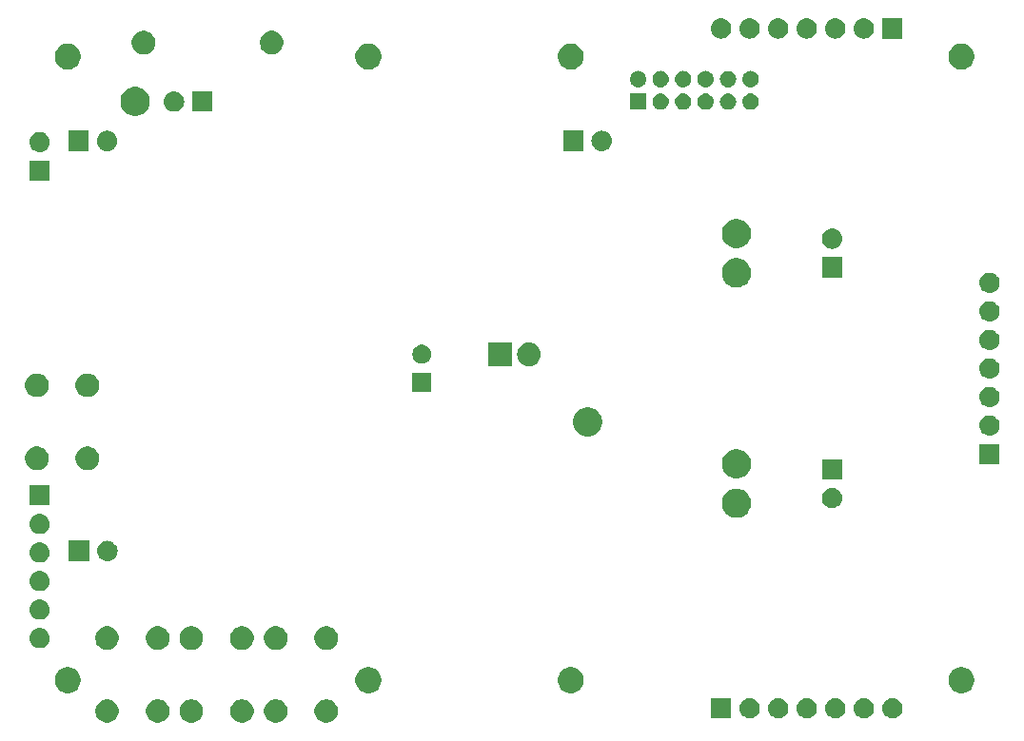
<source format=gbr>
%TF.GenerationSoftware,KiCad,Pcbnew,5.0.1*%
%TF.CreationDate,2019-02-10T21:41:56-05:00*%
%TF.ProjectId,board2,626F617264322E6B696361645F706362,rev?*%
%TF.SameCoordinates,PX5f5e100PY5f5e100*%
%TF.FileFunction,Soldermask,Bot*%
%TF.FilePolarity,Negative*%
%FSLAX46Y46*%
G04 Gerber Fmt 4.6, Leading zero omitted, Abs format (unit mm)*
G04 Created by KiCad (PCBNEW 5.0.1) date Sun 10 Feb 2019 09:41:56 PM EST*
%MOMM*%
%LPD*%
G01*
G04 APERTURE LIST*
%ADD10C,0.100000*%
G04 APERTURE END LIST*
D10*
G36*
X-27443435Y-29489389D02*
X-27252166Y-29568615D01*
X-27080024Y-29683637D01*
X-26933637Y-29830024D01*
X-26818615Y-30002166D01*
X-26739389Y-30193435D01*
X-26699000Y-30396484D01*
X-26699000Y-30603516D01*
X-26739389Y-30806565D01*
X-26818615Y-30997834D01*
X-26933637Y-31169976D01*
X-27080024Y-31316363D01*
X-27252166Y-31431385D01*
X-27443435Y-31510611D01*
X-27646484Y-31551000D01*
X-27853516Y-31551000D01*
X-28056565Y-31510611D01*
X-28247834Y-31431385D01*
X-28419976Y-31316363D01*
X-28566363Y-31169976D01*
X-28681385Y-30997834D01*
X-28760611Y-30806565D01*
X-28801000Y-30603516D01*
X-28801000Y-30396484D01*
X-28760611Y-30193435D01*
X-28681385Y-30002166D01*
X-28566363Y-29830024D01*
X-28419976Y-29683637D01*
X-28247834Y-29568615D01*
X-28056565Y-29489389D01*
X-27853516Y-29449000D01*
X-27646484Y-29449000D01*
X-27443435Y-29489389D01*
X-27443435Y-29489389D01*
G37*
G36*
X-16943435Y-29489389D02*
X-16752166Y-29568615D01*
X-16580024Y-29683637D01*
X-16433637Y-29830024D01*
X-16318615Y-30002166D01*
X-16239389Y-30193435D01*
X-16199000Y-30396484D01*
X-16199000Y-30603516D01*
X-16239389Y-30806565D01*
X-16318615Y-30997834D01*
X-16433637Y-31169976D01*
X-16580024Y-31316363D01*
X-16752166Y-31431385D01*
X-16943435Y-31510611D01*
X-17146484Y-31551000D01*
X-17353516Y-31551000D01*
X-17556565Y-31510611D01*
X-17747834Y-31431385D01*
X-17919976Y-31316363D01*
X-18066363Y-31169976D01*
X-18181385Y-30997834D01*
X-18260611Y-30806565D01*
X-18301000Y-30603516D01*
X-18301000Y-30396484D01*
X-18260611Y-30193435D01*
X-18181385Y-30002166D01*
X-18066363Y-29830024D01*
X-17919976Y-29683637D01*
X-17747834Y-29568615D01*
X-17556565Y-29489389D01*
X-17353516Y-29449000D01*
X-17146484Y-29449000D01*
X-16943435Y-29489389D01*
X-16943435Y-29489389D01*
G37*
G36*
X-12443435Y-29489389D02*
X-12252166Y-29568615D01*
X-12080024Y-29683637D01*
X-11933637Y-29830024D01*
X-11818615Y-30002166D01*
X-11739389Y-30193435D01*
X-11699000Y-30396484D01*
X-11699000Y-30603516D01*
X-11739389Y-30806565D01*
X-11818615Y-30997834D01*
X-11933637Y-31169976D01*
X-12080024Y-31316363D01*
X-12252166Y-31431385D01*
X-12443435Y-31510611D01*
X-12646484Y-31551000D01*
X-12853516Y-31551000D01*
X-13056565Y-31510611D01*
X-13247834Y-31431385D01*
X-13419976Y-31316363D01*
X-13566363Y-31169976D01*
X-13681385Y-30997834D01*
X-13760611Y-30806565D01*
X-13801000Y-30603516D01*
X-13801000Y-30396484D01*
X-13760611Y-30193435D01*
X-13681385Y-30002166D01*
X-13566363Y-29830024D01*
X-13419976Y-29683637D01*
X-13247834Y-29568615D01*
X-13056565Y-29489389D01*
X-12853516Y-29449000D01*
X-12646484Y-29449000D01*
X-12443435Y-29489389D01*
X-12443435Y-29489389D01*
G37*
G36*
X-19943435Y-29489389D02*
X-19752166Y-29568615D01*
X-19580024Y-29683637D01*
X-19433637Y-29830024D01*
X-19318615Y-30002166D01*
X-19239389Y-30193435D01*
X-19199000Y-30396484D01*
X-19199000Y-30603516D01*
X-19239389Y-30806565D01*
X-19318615Y-30997834D01*
X-19433637Y-31169976D01*
X-19580024Y-31316363D01*
X-19752166Y-31431385D01*
X-19943435Y-31510611D01*
X-20146484Y-31551000D01*
X-20353516Y-31551000D01*
X-20556565Y-31510611D01*
X-20747834Y-31431385D01*
X-20919976Y-31316363D01*
X-21066363Y-31169976D01*
X-21181385Y-30997834D01*
X-21260611Y-30806565D01*
X-21301000Y-30603516D01*
X-21301000Y-30396484D01*
X-21260611Y-30193435D01*
X-21181385Y-30002166D01*
X-21066363Y-29830024D01*
X-20919976Y-29683637D01*
X-20747834Y-29568615D01*
X-20556565Y-29489389D01*
X-20353516Y-29449000D01*
X-20146484Y-29449000D01*
X-19943435Y-29489389D01*
X-19943435Y-29489389D01*
G37*
G36*
X-31943435Y-29489389D02*
X-31752166Y-29568615D01*
X-31580024Y-29683637D01*
X-31433637Y-29830024D01*
X-31318615Y-30002166D01*
X-31239389Y-30193435D01*
X-31199000Y-30396484D01*
X-31199000Y-30603516D01*
X-31239389Y-30806565D01*
X-31318615Y-30997834D01*
X-31433637Y-31169976D01*
X-31580024Y-31316363D01*
X-31752166Y-31431385D01*
X-31943435Y-31510611D01*
X-32146484Y-31551000D01*
X-32353516Y-31551000D01*
X-32556565Y-31510611D01*
X-32747834Y-31431385D01*
X-32919976Y-31316363D01*
X-33066363Y-31169976D01*
X-33181385Y-30997834D01*
X-33260611Y-30806565D01*
X-33301000Y-30603516D01*
X-33301000Y-30396484D01*
X-33260611Y-30193435D01*
X-33181385Y-30002166D01*
X-33066363Y-29830024D01*
X-32919976Y-29683637D01*
X-32747834Y-29568615D01*
X-32556565Y-29489389D01*
X-32353516Y-29449000D01*
X-32146484Y-29449000D01*
X-31943435Y-29489389D01*
X-31943435Y-29489389D01*
G37*
G36*
X-24443435Y-29489389D02*
X-24252166Y-29568615D01*
X-24080024Y-29683637D01*
X-23933637Y-29830024D01*
X-23818615Y-30002166D01*
X-23739389Y-30193435D01*
X-23699000Y-30396484D01*
X-23699000Y-30603516D01*
X-23739389Y-30806565D01*
X-23818615Y-30997834D01*
X-23933637Y-31169976D01*
X-24080024Y-31316363D01*
X-24252166Y-31431385D01*
X-24443435Y-31510611D01*
X-24646484Y-31551000D01*
X-24853516Y-31551000D01*
X-25056565Y-31510611D01*
X-25247834Y-31431385D01*
X-25419976Y-31316363D01*
X-25566363Y-31169976D01*
X-25681385Y-30997834D01*
X-25760611Y-30806565D01*
X-25801000Y-30603516D01*
X-25801000Y-30396484D01*
X-25760611Y-30193435D01*
X-25681385Y-30002166D01*
X-25566363Y-29830024D01*
X-25419976Y-29683637D01*
X-25247834Y-29568615D01*
X-25056565Y-29489389D01*
X-24853516Y-29449000D01*
X-24646484Y-29449000D01*
X-24443435Y-29489389D01*
X-24443435Y-29489389D01*
G37*
G36*
X37730443Y-29355519D02*
X37796627Y-29362037D01*
X37909853Y-29396384D01*
X37966467Y-29413557D01*
X38032775Y-29449000D01*
X38122991Y-29497222D01*
X38158729Y-29526552D01*
X38260186Y-29609814D01*
X38320768Y-29683635D01*
X38372778Y-29747009D01*
X38372779Y-29747011D01*
X38456443Y-29903533D01*
X38456443Y-29903534D01*
X38507963Y-30073373D01*
X38525359Y-30250000D01*
X38507963Y-30426627D01*
X38473616Y-30539853D01*
X38456443Y-30596467D01*
X38452676Y-30603514D01*
X38372778Y-30752991D01*
X38343448Y-30788729D01*
X38260186Y-30890186D01*
X38158729Y-30973448D01*
X38122991Y-31002778D01*
X38122989Y-31002779D01*
X37966467Y-31086443D01*
X37909853Y-31103616D01*
X37796627Y-31137963D01*
X37730443Y-31144481D01*
X37664260Y-31151000D01*
X37575740Y-31151000D01*
X37509557Y-31144481D01*
X37443373Y-31137963D01*
X37330147Y-31103616D01*
X37273533Y-31086443D01*
X37117011Y-31002779D01*
X37117009Y-31002778D01*
X37081271Y-30973448D01*
X36979814Y-30890186D01*
X36896552Y-30788729D01*
X36867222Y-30752991D01*
X36787324Y-30603514D01*
X36783557Y-30596467D01*
X36766384Y-30539853D01*
X36732037Y-30426627D01*
X36714641Y-30250000D01*
X36732037Y-30073373D01*
X36783557Y-29903534D01*
X36783557Y-29903533D01*
X36867221Y-29747011D01*
X36867222Y-29747009D01*
X36919232Y-29683635D01*
X36979814Y-29609814D01*
X37081271Y-29526552D01*
X37117009Y-29497222D01*
X37207225Y-29449000D01*
X37273533Y-29413557D01*
X37330147Y-29396384D01*
X37443373Y-29362037D01*
X37509557Y-29355519D01*
X37575740Y-29349000D01*
X37664260Y-29349000D01*
X37730443Y-29355519D01*
X37730443Y-29355519D01*
G37*
G36*
X32650443Y-29355519D02*
X32716627Y-29362037D01*
X32829853Y-29396384D01*
X32886467Y-29413557D01*
X32952775Y-29449000D01*
X33042991Y-29497222D01*
X33078729Y-29526552D01*
X33180186Y-29609814D01*
X33240768Y-29683635D01*
X33292778Y-29747009D01*
X33292779Y-29747011D01*
X33376443Y-29903533D01*
X33376443Y-29903534D01*
X33427963Y-30073373D01*
X33445359Y-30250000D01*
X33427963Y-30426627D01*
X33393616Y-30539853D01*
X33376443Y-30596467D01*
X33372676Y-30603514D01*
X33292778Y-30752991D01*
X33263448Y-30788729D01*
X33180186Y-30890186D01*
X33078729Y-30973448D01*
X33042991Y-31002778D01*
X33042989Y-31002779D01*
X32886467Y-31086443D01*
X32829853Y-31103616D01*
X32716627Y-31137963D01*
X32650443Y-31144481D01*
X32584260Y-31151000D01*
X32495740Y-31151000D01*
X32429557Y-31144481D01*
X32363373Y-31137963D01*
X32250147Y-31103616D01*
X32193533Y-31086443D01*
X32037011Y-31002779D01*
X32037009Y-31002778D01*
X32001271Y-30973448D01*
X31899814Y-30890186D01*
X31816552Y-30788729D01*
X31787222Y-30752991D01*
X31707324Y-30603514D01*
X31703557Y-30596467D01*
X31686384Y-30539853D01*
X31652037Y-30426627D01*
X31634641Y-30250000D01*
X31652037Y-30073373D01*
X31703557Y-29903534D01*
X31703557Y-29903533D01*
X31787221Y-29747011D01*
X31787222Y-29747009D01*
X31839232Y-29683635D01*
X31899814Y-29609814D01*
X32001271Y-29526552D01*
X32037009Y-29497222D01*
X32127225Y-29449000D01*
X32193533Y-29413557D01*
X32250147Y-29396384D01*
X32363373Y-29362037D01*
X32429557Y-29355519D01*
X32495740Y-29349000D01*
X32584260Y-29349000D01*
X32650443Y-29355519D01*
X32650443Y-29355519D01*
G37*
G36*
X35190443Y-29355519D02*
X35256627Y-29362037D01*
X35369853Y-29396384D01*
X35426467Y-29413557D01*
X35492775Y-29449000D01*
X35582991Y-29497222D01*
X35618729Y-29526552D01*
X35720186Y-29609814D01*
X35780768Y-29683635D01*
X35832778Y-29747009D01*
X35832779Y-29747011D01*
X35916443Y-29903533D01*
X35916443Y-29903534D01*
X35967963Y-30073373D01*
X35985359Y-30250000D01*
X35967963Y-30426627D01*
X35933616Y-30539853D01*
X35916443Y-30596467D01*
X35912676Y-30603514D01*
X35832778Y-30752991D01*
X35803448Y-30788729D01*
X35720186Y-30890186D01*
X35618729Y-30973448D01*
X35582991Y-31002778D01*
X35582989Y-31002779D01*
X35426467Y-31086443D01*
X35369853Y-31103616D01*
X35256627Y-31137963D01*
X35190443Y-31144481D01*
X35124260Y-31151000D01*
X35035740Y-31151000D01*
X34969557Y-31144481D01*
X34903373Y-31137963D01*
X34790147Y-31103616D01*
X34733533Y-31086443D01*
X34577011Y-31002779D01*
X34577009Y-31002778D01*
X34541271Y-30973448D01*
X34439814Y-30890186D01*
X34356552Y-30788729D01*
X34327222Y-30752991D01*
X34247324Y-30603514D01*
X34243557Y-30596467D01*
X34226384Y-30539853D01*
X34192037Y-30426627D01*
X34174641Y-30250000D01*
X34192037Y-30073373D01*
X34243557Y-29903534D01*
X34243557Y-29903533D01*
X34327221Y-29747011D01*
X34327222Y-29747009D01*
X34379232Y-29683635D01*
X34439814Y-29609814D01*
X34541271Y-29526552D01*
X34577009Y-29497222D01*
X34667225Y-29449000D01*
X34733533Y-29413557D01*
X34790147Y-29396384D01*
X34903373Y-29362037D01*
X34969557Y-29355519D01*
X35035740Y-29349000D01*
X35124260Y-29349000D01*
X35190443Y-29355519D01*
X35190443Y-29355519D01*
G37*
G36*
X27570443Y-29355519D02*
X27636627Y-29362037D01*
X27749853Y-29396384D01*
X27806467Y-29413557D01*
X27872775Y-29449000D01*
X27962991Y-29497222D01*
X27998729Y-29526552D01*
X28100186Y-29609814D01*
X28160768Y-29683635D01*
X28212778Y-29747009D01*
X28212779Y-29747011D01*
X28296443Y-29903533D01*
X28296443Y-29903534D01*
X28347963Y-30073373D01*
X28365359Y-30250000D01*
X28347963Y-30426627D01*
X28313616Y-30539853D01*
X28296443Y-30596467D01*
X28292676Y-30603514D01*
X28212778Y-30752991D01*
X28183448Y-30788729D01*
X28100186Y-30890186D01*
X27998729Y-30973448D01*
X27962991Y-31002778D01*
X27962989Y-31002779D01*
X27806467Y-31086443D01*
X27749853Y-31103616D01*
X27636627Y-31137963D01*
X27570443Y-31144481D01*
X27504260Y-31151000D01*
X27415740Y-31151000D01*
X27349557Y-31144481D01*
X27283373Y-31137963D01*
X27170147Y-31103616D01*
X27113533Y-31086443D01*
X26957011Y-31002779D01*
X26957009Y-31002778D01*
X26921271Y-30973448D01*
X26819814Y-30890186D01*
X26736552Y-30788729D01*
X26707222Y-30752991D01*
X26627324Y-30603514D01*
X26623557Y-30596467D01*
X26606384Y-30539853D01*
X26572037Y-30426627D01*
X26554641Y-30250000D01*
X26572037Y-30073373D01*
X26623557Y-29903534D01*
X26623557Y-29903533D01*
X26707221Y-29747011D01*
X26707222Y-29747009D01*
X26759232Y-29683635D01*
X26819814Y-29609814D01*
X26921271Y-29526552D01*
X26957009Y-29497222D01*
X27047225Y-29449000D01*
X27113533Y-29413557D01*
X27170147Y-29396384D01*
X27283373Y-29362037D01*
X27349557Y-29355519D01*
X27415740Y-29349000D01*
X27504260Y-29349000D01*
X27570443Y-29355519D01*
X27570443Y-29355519D01*
G37*
G36*
X25030443Y-29355519D02*
X25096627Y-29362037D01*
X25209853Y-29396384D01*
X25266467Y-29413557D01*
X25332775Y-29449000D01*
X25422991Y-29497222D01*
X25458729Y-29526552D01*
X25560186Y-29609814D01*
X25620768Y-29683635D01*
X25672778Y-29747009D01*
X25672779Y-29747011D01*
X25756443Y-29903533D01*
X25756443Y-29903534D01*
X25807963Y-30073373D01*
X25825359Y-30250000D01*
X25807963Y-30426627D01*
X25773616Y-30539853D01*
X25756443Y-30596467D01*
X25752676Y-30603514D01*
X25672778Y-30752991D01*
X25643448Y-30788729D01*
X25560186Y-30890186D01*
X25458729Y-30973448D01*
X25422991Y-31002778D01*
X25422989Y-31002779D01*
X25266467Y-31086443D01*
X25209853Y-31103616D01*
X25096627Y-31137963D01*
X25030443Y-31144481D01*
X24964260Y-31151000D01*
X24875740Y-31151000D01*
X24809557Y-31144481D01*
X24743373Y-31137963D01*
X24630147Y-31103616D01*
X24573533Y-31086443D01*
X24417011Y-31002779D01*
X24417009Y-31002778D01*
X24381271Y-30973448D01*
X24279814Y-30890186D01*
X24196552Y-30788729D01*
X24167222Y-30752991D01*
X24087324Y-30603514D01*
X24083557Y-30596467D01*
X24066384Y-30539853D01*
X24032037Y-30426627D01*
X24014641Y-30250000D01*
X24032037Y-30073373D01*
X24083557Y-29903534D01*
X24083557Y-29903533D01*
X24167221Y-29747011D01*
X24167222Y-29747009D01*
X24219232Y-29683635D01*
X24279814Y-29609814D01*
X24381271Y-29526552D01*
X24417009Y-29497222D01*
X24507225Y-29449000D01*
X24573533Y-29413557D01*
X24630147Y-29396384D01*
X24743373Y-29362037D01*
X24809557Y-29355519D01*
X24875740Y-29349000D01*
X24964260Y-29349000D01*
X25030443Y-29355519D01*
X25030443Y-29355519D01*
G37*
G36*
X23281000Y-31151000D02*
X21479000Y-31151000D01*
X21479000Y-29349000D01*
X23281000Y-29349000D01*
X23281000Y-31151000D01*
X23281000Y-31151000D01*
G37*
G36*
X30110443Y-29355519D02*
X30176627Y-29362037D01*
X30289853Y-29396384D01*
X30346467Y-29413557D01*
X30412775Y-29449000D01*
X30502991Y-29497222D01*
X30538729Y-29526552D01*
X30640186Y-29609814D01*
X30700768Y-29683635D01*
X30752778Y-29747009D01*
X30752779Y-29747011D01*
X30836443Y-29903533D01*
X30836443Y-29903534D01*
X30887963Y-30073373D01*
X30905359Y-30250000D01*
X30887963Y-30426627D01*
X30853616Y-30539853D01*
X30836443Y-30596467D01*
X30832676Y-30603514D01*
X30752778Y-30752991D01*
X30723448Y-30788729D01*
X30640186Y-30890186D01*
X30538729Y-30973448D01*
X30502991Y-31002778D01*
X30502989Y-31002779D01*
X30346467Y-31086443D01*
X30289853Y-31103616D01*
X30176627Y-31137963D01*
X30110443Y-31144481D01*
X30044260Y-31151000D01*
X29955740Y-31151000D01*
X29889557Y-31144481D01*
X29823373Y-31137963D01*
X29710147Y-31103616D01*
X29653533Y-31086443D01*
X29497011Y-31002779D01*
X29497009Y-31002778D01*
X29461271Y-30973448D01*
X29359814Y-30890186D01*
X29276552Y-30788729D01*
X29247222Y-30752991D01*
X29167324Y-30603514D01*
X29163557Y-30596467D01*
X29146384Y-30539853D01*
X29112037Y-30426627D01*
X29094641Y-30250000D01*
X29112037Y-30073373D01*
X29163557Y-29903534D01*
X29163557Y-29903533D01*
X29247221Y-29747011D01*
X29247222Y-29747009D01*
X29299232Y-29683635D01*
X29359814Y-29609814D01*
X29461271Y-29526552D01*
X29497009Y-29497222D01*
X29587225Y-29449000D01*
X29653533Y-29413557D01*
X29710147Y-29396384D01*
X29823373Y-29362037D01*
X29889557Y-29355519D01*
X29955740Y-29349000D01*
X30044260Y-29349000D01*
X30110443Y-29355519D01*
X30110443Y-29355519D01*
G37*
G36*
X-8664266Y-26643232D02*
X-8454798Y-26729996D01*
X-8266277Y-26855962D01*
X-8105962Y-27016277D01*
X-7979996Y-27204798D01*
X-7893232Y-27414266D01*
X-7849000Y-27636635D01*
X-7849000Y-27863365D01*
X-7893232Y-28085734D01*
X-7979996Y-28295202D01*
X-8105962Y-28483723D01*
X-8266277Y-28644038D01*
X-8454798Y-28770004D01*
X-8664266Y-28856768D01*
X-8886635Y-28901000D01*
X-9113365Y-28901000D01*
X-9335734Y-28856768D01*
X-9545202Y-28770004D01*
X-9733723Y-28644038D01*
X-9894038Y-28483723D01*
X-10020004Y-28295202D01*
X-10106768Y-28085734D01*
X-10151000Y-27863365D01*
X-10151000Y-27636635D01*
X-10106768Y-27414266D01*
X-10020004Y-27204798D01*
X-9894038Y-27016277D01*
X-9733723Y-26855962D01*
X-9545202Y-26729996D01*
X-9335734Y-26643232D01*
X-9113365Y-26599000D01*
X-8886635Y-26599000D01*
X-8664266Y-26643232D01*
X-8664266Y-26643232D01*
G37*
G36*
X9335734Y-26643232D02*
X9545202Y-26729996D01*
X9733723Y-26855962D01*
X9894038Y-27016277D01*
X10020004Y-27204798D01*
X10106768Y-27414266D01*
X10151000Y-27636635D01*
X10151000Y-27863365D01*
X10106768Y-28085734D01*
X10020004Y-28295202D01*
X9894038Y-28483723D01*
X9733723Y-28644038D01*
X9545202Y-28770004D01*
X9335734Y-28856768D01*
X9113365Y-28901000D01*
X8886635Y-28901000D01*
X8664266Y-28856768D01*
X8454798Y-28770004D01*
X8266277Y-28644038D01*
X8105962Y-28483723D01*
X7979996Y-28295202D01*
X7893232Y-28085734D01*
X7849000Y-27863365D01*
X7849000Y-27636635D01*
X7893232Y-27414266D01*
X7979996Y-27204798D01*
X8105962Y-27016277D01*
X8266277Y-26855962D01*
X8454798Y-26729996D01*
X8664266Y-26643232D01*
X8886635Y-26599000D01*
X9113365Y-26599000D01*
X9335734Y-26643232D01*
X9335734Y-26643232D01*
G37*
G36*
X-35414266Y-26643232D02*
X-35204798Y-26729996D01*
X-35016277Y-26855962D01*
X-34855962Y-27016277D01*
X-34729996Y-27204798D01*
X-34643232Y-27414266D01*
X-34599000Y-27636635D01*
X-34599000Y-27863365D01*
X-34643232Y-28085734D01*
X-34729996Y-28295202D01*
X-34855962Y-28483723D01*
X-35016277Y-28644038D01*
X-35204798Y-28770004D01*
X-35414266Y-28856768D01*
X-35636635Y-28901000D01*
X-35863365Y-28901000D01*
X-36085734Y-28856768D01*
X-36295202Y-28770004D01*
X-36483723Y-28644038D01*
X-36644038Y-28483723D01*
X-36770004Y-28295202D01*
X-36856768Y-28085734D01*
X-36901000Y-27863365D01*
X-36901000Y-27636635D01*
X-36856768Y-27414266D01*
X-36770004Y-27204798D01*
X-36644038Y-27016277D01*
X-36483723Y-26855962D01*
X-36295202Y-26729996D01*
X-36085734Y-26643232D01*
X-35863365Y-26599000D01*
X-35636635Y-26599000D01*
X-35414266Y-26643232D01*
X-35414266Y-26643232D01*
G37*
G36*
X44085734Y-26643232D02*
X44295202Y-26729996D01*
X44483723Y-26855962D01*
X44644038Y-27016277D01*
X44770004Y-27204798D01*
X44856768Y-27414266D01*
X44901000Y-27636635D01*
X44901000Y-27863365D01*
X44856768Y-28085734D01*
X44770004Y-28295202D01*
X44644038Y-28483723D01*
X44483723Y-28644038D01*
X44295202Y-28770004D01*
X44085734Y-28856768D01*
X43863365Y-28901000D01*
X43636635Y-28901000D01*
X43414266Y-28856768D01*
X43204798Y-28770004D01*
X43016277Y-28644038D01*
X42855962Y-28483723D01*
X42729996Y-28295202D01*
X42643232Y-28085734D01*
X42599000Y-27863365D01*
X42599000Y-27636635D01*
X42643232Y-27414266D01*
X42729996Y-27204798D01*
X42855962Y-27016277D01*
X43016277Y-26855962D01*
X43204798Y-26729996D01*
X43414266Y-26643232D01*
X43636635Y-26599000D01*
X43863365Y-26599000D01*
X44085734Y-26643232D01*
X44085734Y-26643232D01*
G37*
G36*
X-27443435Y-22989389D02*
X-27252166Y-23068615D01*
X-27080024Y-23183637D01*
X-26933637Y-23330024D01*
X-26818615Y-23502166D01*
X-26739389Y-23693435D01*
X-26699000Y-23896484D01*
X-26699000Y-24103516D01*
X-26739389Y-24306565D01*
X-26818615Y-24497834D01*
X-26933637Y-24669976D01*
X-27080024Y-24816363D01*
X-27252166Y-24931385D01*
X-27443435Y-25010611D01*
X-27646484Y-25051000D01*
X-27853516Y-25051000D01*
X-28056565Y-25010611D01*
X-28247834Y-24931385D01*
X-28419976Y-24816363D01*
X-28566363Y-24669976D01*
X-28681385Y-24497834D01*
X-28760611Y-24306565D01*
X-28801000Y-24103516D01*
X-28801000Y-23896484D01*
X-28760611Y-23693435D01*
X-28681385Y-23502166D01*
X-28566363Y-23330024D01*
X-28419976Y-23183637D01*
X-28247834Y-23068615D01*
X-28056565Y-22989389D01*
X-27853516Y-22949000D01*
X-27646484Y-22949000D01*
X-27443435Y-22989389D01*
X-27443435Y-22989389D01*
G37*
G36*
X-16943435Y-22989389D02*
X-16752166Y-23068615D01*
X-16580024Y-23183637D01*
X-16433637Y-23330024D01*
X-16318615Y-23502166D01*
X-16239389Y-23693435D01*
X-16199000Y-23896484D01*
X-16199000Y-24103516D01*
X-16239389Y-24306565D01*
X-16318615Y-24497834D01*
X-16433637Y-24669976D01*
X-16580024Y-24816363D01*
X-16752166Y-24931385D01*
X-16943435Y-25010611D01*
X-17146484Y-25051000D01*
X-17353516Y-25051000D01*
X-17556565Y-25010611D01*
X-17747834Y-24931385D01*
X-17919976Y-24816363D01*
X-18066363Y-24669976D01*
X-18181385Y-24497834D01*
X-18260611Y-24306565D01*
X-18301000Y-24103516D01*
X-18301000Y-23896484D01*
X-18260611Y-23693435D01*
X-18181385Y-23502166D01*
X-18066363Y-23330024D01*
X-17919976Y-23183637D01*
X-17747834Y-23068615D01*
X-17556565Y-22989389D01*
X-17353516Y-22949000D01*
X-17146484Y-22949000D01*
X-16943435Y-22989389D01*
X-16943435Y-22989389D01*
G37*
G36*
X-12443435Y-22989389D02*
X-12252166Y-23068615D01*
X-12080024Y-23183637D01*
X-11933637Y-23330024D01*
X-11818615Y-23502166D01*
X-11739389Y-23693435D01*
X-11699000Y-23896484D01*
X-11699000Y-24103516D01*
X-11739389Y-24306565D01*
X-11818615Y-24497834D01*
X-11933637Y-24669976D01*
X-12080024Y-24816363D01*
X-12252166Y-24931385D01*
X-12443435Y-25010611D01*
X-12646484Y-25051000D01*
X-12853516Y-25051000D01*
X-13056565Y-25010611D01*
X-13247834Y-24931385D01*
X-13419976Y-24816363D01*
X-13566363Y-24669976D01*
X-13681385Y-24497834D01*
X-13760611Y-24306565D01*
X-13801000Y-24103516D01*
X-13801000Y-23896484D01*
X-13760611Y-23693435D01*
X-13681385Y-23502166D01*
X-13566363Y-23330024D01*
X-13419976Y-23183637D01*
X-13247834Y-23068615D01*
X-13056565Y-22989389D01*
X-12853516Y-22949000D01*
X-12646484Y-22949000D01*
X-12443435Y-22989389D01*
X-12443435Y-22989389D01*
G37*
G36*
X-19943435Y-22989389D02*
X-19752166Y-23068615D01*
X-19580024Y-23183637D01*
X-19433637Y-23330024D01*
X-19318615Y-23502166D01*
X-19239389Y-23693435D01*
X-19199000Y-23896484D01*
X-19199000Y-24103516D01*
X-19239389Y-24306565D01*
X-19318615Y-24497834D01*
X-19433637Y-24669976D01*
X-19580024Y-24816363D01*
X-19752166Y-24931385D01*
X-19943435Y-25010611D01*
X-20146484Y-25051000D01*
X-20353516Y-25051000D01*
X-20556565Y-25010611D01*
X-20747834Y-24931385D01*
X-20919976Y-24816363D01*
X-21066363Y-24669976D01*
X-21181385Y-24497834D01*
X-21260611Y-24306565D01*
X-21301000Y-24103516D01*
X-21301000Y-23896484D01*
X-21260611Y-23693435D01*
X-21181385Y-23502166D01*
X-21066363Y-23330024D01*
X-20919976Y-23183637D01*
X-20747834Y-23068615D01*
X-20556565Y-22989389D01*
X-20353516Y-22949000D01*
X-20146484Y-22949000D01*
X-19943435Y-22989389D01*
X-19943435Y-22989389D01*
G37*
G36*
X-24443435Y-22989389D02*
X-24252166Y-23068615D01*
X-24080024Y-23183637D01*
X-23933637Y-23330024D01*
X-23818615Y-23502166D01*
X-23739389Y-23693435D01*
X-23699000Y-23896484D01*
X-23699000Y-24103516D01*
X-23739389Y-24306565D01*
X-23818615Y-24497834D01*
X-23933637Y-24669976D01*
X-24080024Y-24816363D01*
X-24252166Y-24931385D01*
X-24443435Y-25010611D01*
X-24646484Y-25051000D01*
X-24853516Y-25051000D01*
X-25056565Y-25010611D01*
X-25247834Y-24931385D01*
X-25419976Y-24816363D01*
X-25566363Y-24669976D01*
X-25681385Y-24497834D01*
X-25760611Y-24306565D01*
X-25801000Y-24103516D01*
X-25801000Y-23896484D01*
X-25760611Y-23693435D01*
X-25681385Y-23502166D01*
X-25566363Y-23330024D01*
X-25419976Y-23183637D01*
X-25247834Y-23068615D01*
X-25056565Y-22989389D01*
X-24853516Y-22949000D01*
X-24646484Y-22949000D01*
X-24443435Y-22989389D01*
X-24443435Y-22989389D01*
G37*
G36*
X-31943435Y-22989389D02*
X-31752166Y-23068615D01*
X-31580024Y-23183637D01*
X-31433637Y-23330024D01*
X-31318615Y-23502166D01*
X-31239389Y-23693435D01*
X-31199000Y-23896484D01*
X-31199000Y-24103516D01*
X-31239389Y-24306565D01*
X-31318615Y-24497834D01*
X-31433637Y-24669976D01*
X-31580024Y-24816363D01*
X-31752166Y-24931385D01*
X-31943435Y-25010611D01*
X-32146484Y-25051000D01*
X-32353516Y-25051000D01*
X-32556565Y-25010611D01*
X-32747834Y-24931385D01*
X-32919976Y-24816363D01*
X-33066363Y-24669976D01*
X-33181385Y-24497834D01*
X-33260611Y-24306565D01*
X-33301000Y-24103516D01*
X-33301000Y-23896484D01*
X-33260611Y-23693435D01*
X-33181385Y-23502166D01*
X-33066363Y-23330024D01*
X-32919976Y-23183637D01*
X-32747834Y-23068615D01*
X-32556565Y-22989389D01*
X-32353516Y-22949000D01*
X-32146484Y-22949000D01*
X-31943435Y-22989389D01*
X-31943435Y-22989389D01*
G37*
G36*
X-38139557Y-23105519D02*
X-38073373Y-23112037D01*
X-37960147Y-23146384D01*
X-37903533Y-23163557D01*
X-37865967Y-23183637D01*
X-37747009Y-23247222D01*
X-37711271Y-23276552D01*
X-37609814Y-23359814D01*
X-37526552Y-23461271D01*
X-37497222Y-23497009D01*
X-37497221Y-23497011D01*
X-37413557Y-23653533D01*
X-37413557Y-23653534D01*
X-37362037Y-23823373D01*
X-37344641Y-24000000D01*
X-37362037Y-24176627D01*
X-37396384Y-24289853D01*
X-37413557Y-24346467D01*
X-37487652Y-24485087D01*
X-37497222Y-24502991D01*
X-37526552Y-24538729D01*
X-37609814Y-24640186D01*
X-37711271Y-24723448D01*
X-37747009Y-24752778D01*
X-37747011Y-24752779D01*
X-37903533Y-24836443D01*
X-37960147Y-24853616D01*
X-38073373Y-24887963D01*
X-38139558Y-24894482D01*
X-38205740Y-24901000D01*
X-38294260Y-24901000D01*
X-38360442Y-24894482D01*
X-38426627Y-24887963D01*
X-38539853Y-24853616D01*
X-38596467Y-24836443D01*
X-38752989Y-24752779D01*
X-38752991Y-24752778D01*
X-38788729Y-24723448D01*
X-38890186Y-24640186D01*
X-38973448Y-24538729D01*
X-39002778Y-24502991D01*
X-39012348Y-24485087D01*
X-39086443Y-24346467D01*
X-39103616Y-24289853D01*
X-39137963Y-24176627D01*
X-39155359Y-24000000D01*
X-39137963Y-23823373D01*
X-39086443Y-23653534D01*
X-39086443Y-23653533D01*
X-39002779Y-23497011D01*
X-39002778Y-23497009D01*
X-38973448Y-23461271D01*
X-38890186Y-23359814D01*
X-38788729Y-23276552D01*
X-38752991Y-23247222D01*
X-38634033Y-23183637D01*
X-38596467Y-23163557D01*
X-38539853Y-23146384D01*
X-38426627Y-23112037D01*
X-38360443Y-23105519D01*
X-38294260Y-23099000D01*
X-38205740Y-23099000D01*
X-38139557Y-23105519D01*
X-38139557Y-23105519D01*
G37*
G36*
X-38139557Y-20565519D02*
X-38073373Y-20572037D01*
X-37960147Y-20606384D01*
X-37903533Y-20623557D01*
X-37764913Y-20697652D01*
X-37747009Y-20707222D01*
X-37711271Y-20736552D01*
X-37609814Y-20819814D01*
X-37526552Y-20921271D01*
X-37497222Y-20957009D01*
X-37497221Y-20957011D01*
X-37413557Y-21113533D01*
X-37413557Y-21113534D01*
X-37362037Y-21283373D01*
X-37344641Y-21460000D01*
X-37362037Y-21636627D01*
X-37396384Y-21749853D01*
X-37413557Y-21806467D01*
X-37487652Y-21945087D01*
X-37497222Y-21962991D01*
X-37526552Y-21998729D01*
X-37609814Y-22100186D01*
X-37711271Y-22183448D01*
X-37747009Y-22212778D01*
X-37747011Y-22212779D01*
X-37903533Y-22296443D01*
X-37960147Y-22313616D01*
X-38073373Y-22347963D01*
X-38139557Y-22354481D01*
X-38205740Y-22361000D01*
X-38294260Y-22361000D01*
X-38360443Y-22354481D01*
X-38426627Y-22347963D01*
X-38539853Y-22313616D01*
X-38596467Y-22296443D01*
X-38752989Y-22212779D01*
X-38752991Y-22212778D01*
X-38788729Y-22183448D01*
X-38890186Y-22100186D01*
X-38973448Y-21998729D01*
X-39002778Y-21962991D01*
X-39012348Y-21945087D01*
X-39086443Y-21806467D01*
X-39103616Y-21749853D01*
X-39137963Y-21636627D01*
X-39155359Y-21460000D01*
X-39137963Y-21283373D01*
X-39086443Y-21113534D01*
X-39086443Y-21113533D01*
X-39002779Y-20957011D01*
X-39002778Y-20957009D01*
X-38973448Y-20921271D01*
X-38890186Y-20819814D01*
X-38788729Y-20736552D01*
X-38752991Y-20707222D01*
X-38735087Y-20697652D01*
X-38596467Y-20623557D01*
X-38539853Y-20606384D01*
X-38426627Y-20572037D01*
X-38360443Y-20565519D01*
X-38294260Y-20559000D01*
X-38205740Y-20559000D01*
X-38139557Y-20565519D01*
X-38139557Y-20565519D01*
G37*
G36*
X-38139558Y-18025518D02*
X-38073373Y-18032037D01*
X-37960147Y-18066384D01*
X-37903533Y-18083557D01*
X-37764913Y-18157652D01*
X-37747009Y-18167222D01*
X-37711271Y-18196552D01*
X-37609814Y-18279814D01*
X-37526552Y-18381271D01*
X-37497222Y-18417009D01*
X-37497221Y-18417011D01*
X-37413557Y-18573533D01*
X-37413557Y-18573534D01*
X-37362037Y-18743373D01*
X-37344641Y-18920000D01*
X-37362037Y-19096627D01*
X-37396384Y-19209853D01*
X-37413557Y-19266467D01*
X-37487652Y-19405087D01*
X-37497222Y-19422991D01*
X-37526552Y-19458729D01*
X-37609814Y-19560186D01*
X-37711271Y-19643448D01*
X-37747009Y-19672778D01*
X-37747011Y-19672779D01*
X-37903533Y-19756443D01*
X-37960147Y-19773616D01*
X-38073373Y-19807963D01*
X-38139557Y-19814481D01*
X-38205740Y-19821000D01*
X-38294260Y-19821000D01*
X-38360443Y-19814481D01*
X-38426627Y-19807963D01*
X-38539853Y-19773616D01*
X-38596467Y-19756443D01*
X-38752989Y-19672779D01*
X-38752991Y-19672778D01*
X-38788729Y-19643448D01*
X-38890186Y-19560186D01*
X-38973448Y-19458729D01*
X-39002778Y-19422991D01*
X-39012348Y-19405087D01*
X-39086443Y-19266467D01*
X-39103616Y-19209853D01*
X-39137963Y-19096627D01*
X-39155359Y-18920000D01*
X-39137963Y-18743373D01*
X-39086443Y-18573534D01*
X-39086443Y-18573533D01*
X-39002779Y-18417011D01*
X-39002778Y-18417009D01*
X-38973448Y-18381271D01*
X-38890186Y-18279814D01*
X-38788729Y-18196552D01*
X-38752991Y-18167222D01*
X-38735087Y-18157652D01*
X-38596467Y-18083557D01*
X-38539853Y-18066384D01*
X-38426627Y-18032037D01*
X-38360442Y-18025518D01*
X-38294260Y-18019000D01*
X-38205740Y-18019000D01*
X-38139558Y-18025518D01*
X-38139558Y-18025518D01*
G37*
G36*
X-38139557Y-15485519D02*
X-38073373Y-15492037D01*
X-37960147Y-15526384D01*
X-37903533Y-15543557D01*
X-37779577Y-15609814D01*
X-37747009Y-15627222D01*
X-37711271Y-15656552D01*
X-37609814Y-15739814D01*
X-37526552Y-15841271D01*
X-37497222Y-15877009D01*
X-37497221Y-15877011D01*
X-37413557Y-16033533D01*
X-37413557Y-16033534D01*
X-37362037Y-16203373D01*
X-37344641Y-16380000D01*
X-37362037Y-16556627D01*
X-37396384Y-16669853D01*
X-37413557Y-16726467D01*
X-37427734Y-16752989D01*
X-37497222Y-16882991D01*
X-37503127Y-16890186D01*
X-37609814Y-17020186D01*
X-37690550Y-17086443D01*
X-37747009Y-17132778D01*
X-37747011Y-17132779D01*
X-37903533Y-17216443D01*
X-37960147Y-17233616D01*
X-38073373Y-17267963D01*
X-38139557Y-17274481D01*
X-38205740Y-17281000D01*
X-38294260Y-17281000D01*
X-38360443Y-17274481D01*
X-38426627Y-17267963D01*
X-38539853Y-17233616D01*
X-38596467Y-17216443D01*
X-38752989Y-17132779D01*
X-38752991Y-17132778D01*
X-38809450Y-17086443D01*
X-38890186Y-17020186D01*
X-38996873Y-16890186D01*
X-39002778Y-16882991D01*
X-39072266Y-16752989D01*
X-39086443Y-16726467D01*
X-39103616Y-16669853D01*
X-39137963Y-16556627D01*
X-39155359Y-16380000D01*
X-39137963Y-16203373D01*
X-39086443Y-16033534D01*
X-39086443Y-16033533D01*
X-39002779Y-15877011D01*
X-39002778Y-15877009D01*
X-38973448Y-15841271D01*
X-38890186Y-15739814D01*
X-38788729Y-15656552D01*
X-38752991Y-15627222D01*
X-38720423Y-15609814D01*
X-38596467Y-15543557D01*
X-38539853Y-15526384D01*
X-38426627Y-15492037D01*
X-38360443Y-15485519D01*
X-38294260Y-15479000D01*
X-38205740Y-15479000D01*
X-38139557Y-15485519D01*
X-38139557Y-15485519D01*
G37*
G36*
X-32099558Y-15355518D02*
X-32033373Y-15362037D01*
X-31920147Y-15396384D01*
X-31863533Y-15413557D01*
X-31741100Y-15479000D01*
X-31707009Y-15497222D01*
X-31671271Y-15526552D01*
X-31569814Y-15609814D01*
X-31486552Y-15711271D01*
X-31457222Y-15747009D01*
X-31457221Y-15747011D01*
X-31373557Y-15903533D01*
X-31373557Y-15903534D01*
X-31322037Y-16073373D01*
X-31304641Y-16250000D01*
X-31322037Y-16426627D01*
X-31356384Y-16539853D01*
X-31373557Y-16596467D01*
X-31447652Y-16735087D01*
X-31457222Y-16752991D01*
X-31486552Y-16788729D01*
X-31569814Y-16890186D01*
X-31671271Y-16973448D01*
X-31707009Y-17002778D01*
X-31707011Y-17002779D01*
X-31863533Y-17086443D01*
X-31920147Y-17103616D01*
X-32033373Y-17137963D01*
X-32099557Y-17144481D01*
X-32165740Y-17151000D01*
X-32254260Y-17151000D01*
X-32320443Y-17144481D01*
X-32386627Y-17137963D01*
X-32499853Y-17103616D01*
X-32556467Y-17086443D01*
X-32712989Y-17002779D01*
X-32712991Y-17002778D01*
X-32748729Y-16973448D01*
X-32850186Y-16890186D01*
X-32933448Y-16788729D01*
X-32962778Y-16752991D01*
X-32972348Y-16735087D01*
X-33046443Y-16596467D01*
X-33063616Y-16539853D01*
X-33097963Y-16426627D01*
X-33115359Y-16250000D01*
X-33097963Y-16073373D01*
X-33046443Y-15903534D01*
X-33046443Y-15903533D01*
X-32962779Y-15747011D01*
X-32962778Y-15747009D01*
X-32933448Y-15711271D01*
X-32850186Y-15609814D01*
X-32748729Y-15526552D01*
X-32712991Y-15497222D01*
X-32678900Y-15479000D01*
X-32556467Y-15413557D01*
X-32499853Y-15396384D01*
X-32386627Y-15362037D01*
X-32320442Y-15355518D01*
X-32254260Y-15349000D01*
X-32165740Y-15349000D01*
X-32099558Y-15355518D01*
X-32099558Y-15355518D01*
G37*
G36*
X-33849000Y-17151000D02*
X-35651000Y-17151000D01*
X-35651000Y-15349000D01*
X-33849000Y-15349000D01*
X-33849000Y-17151000D01*
X-33849000Y-17151000D01*
G37*
G36*
X-38139557Y-12945519D02*
X-38073373Y-12952037D01*
X-37960147Y-12986384D01*
X-37903533Y-13003557D01*
X-37764913Y-13077652D01*
X-37747009Y-13087222D01*
X-37711271Y-13116552D01*
X-37609814Y-13199814D01*
X-37526774Y-13301000D01*
X-37497222Y-13337009D01*
X-37497221Y-13337011D01*
X-37413557Y-13493533D01*
X-37413557Y-13493534D01*
X-37362037Y-13663373D01*
X-37344641Y-13840000D01*
X-37362037Y-14016627D01*
X-37396384Y-14129853D01*
X-37413557Y-14186467D01*
X-37487652Y-14325087D01*
X-37497222Y-14342991D01*
X-37526552Y-14378729D01*
X-37609814Y-14480186D01*
X-37711271Y-14563448D01*
X-37747009Y-14592778D01*
X-37747011Y-14592779D01*
X-37903533Y-14676443D01*
X-37960147Y-14693616D01*
X-38073373Y-14727963D01*
X-38139558Y-14734482D01*
X-38205740Y-14741000D01*
X-38294260Y-14741000D01*
X-38360442Y-14734482D01*
X-38426627Y-14727963D01*
X-38539853Y-14693616D01*
X-38596467Y-14676443D01*
X-38752989Y-14592779D01*
X-38752991Y-14592778D01*
X-38788729Y-14563448D01*
X-38890186Y-14480186D01*
X-38973448Y-14378729D01*
X-39002778Y-14342991D01*
X-39012348Y-14325087D01*
X-39086443Y-14186467D01*
X-39103616Y-14129853D01*
X-39137963Y-14016627D01*
X-39155359Y-13840000D01*
X-39137963Y-13663373D01*
X-39086443Y-13493534D01*
X-39086443Y-13493533D01*
X-39002779Y-13337011D01*
X-39002778Y-13337009D01*
X-38973226Y-13301000D01*
X-38890186Y-13199814D01*
X-38788729Y-13116552D01*
X-38752991Y-13087222D01*
X-38735087Y-13077652D01*
X-38596467Y-13003557D01*
X-38539853Y-12986384D01*
X-38426627Y-12952037D01*
X-38360443Y-12945519D01*
X-38294260Y-12939000D01*
X-38205740Y-12939000D01*
X-38139557Y-12945519D01*
X-38139557Y-12945519D01*
G37*
G36*
X24129485Y-10748996D02*
X24129487Y-10748997D01*
X24129488Y-10748997D01*
X24221769Y-10787221D01*
X24366255Y-10847069D01*
X24579342Y-10989449D01*
X24760551Y-11170658D01*
X24902931Y-11383745D01*
X25001004Y-11620515D01*
X25051000Y-11871861D01*
X25051000Y-12128139D01*
X25001004Y-12379485D01*
X24902931Y-12616255D01*
X24760551Y-12829342D01*
X24579342Y-13010551D01*
X24579339Y-13010553D01*
X24366255Y-13152931D01*
X24129488Y-13251003D01*
X24129487Y-13251003D01*
X24129485Y-13251004D01*
X23878139Y-13301000D01*
X23621861Y-13301000D01*
X23370515Y-13251004D01*
X23370513Y-13251003D01*
X23370512Y-13251003D01*
X23133745Y-13152931D01*
X22920661Y-13010553D01*
X22920658Y-13010551D01*
X22739449Y-12829342D01*
X22597069Y-12616255D01*
X22498996Y-12379485D01*
X22449000Y-12128139D01*
X22449000Y-11871861D01*
X22498996Y-11620515D01*
X22597069Y-11383745D01*
X22739449Y-11170658D01*
X22920658Y-10989449D01*
X23133745Y-10847069D01*
X23278231Y-10787221D01*
X23370512Y-10748997D01*
X23370513Y-10748997D01*
X23370515Y-10748996D01*
X23621861Y-10699000D01*
X23878139Y-10699000D01*
X24129485Y-10748996D01*
X24129485Y-10748996D01*
G37*
G36*
X32360442Y-10645518D02*
X32426627Y-10652037D01*
X32539853Y-10686384D01*
X32596467Y-10703557D01*
X32681476Y-10748996D01*
X32752991Y-10787222D01*
X32788729Y-10816552D01*
X32890186Y-10899814D01*
X32963745Y-10989447D01*
X33002778Y-11037009D01*
X33002779Y-11037011D01*
X33086443Y-11193533D01*
X33086443Y-11193534D01*
X33137963Y-11363373D01*
X33155359Y-11540000D01*
X33137963Y-11716627D01*
X33103616Y-11829853D01*
X33086443Y-11886467D01*
X33012348Y-12025087D01*
X33002778Y-12042991D01*
X32973448Y-12078729D01*
X32890186Y-12180186D01*
X32788729Y-12263448D01*
X32752991Y-12292778D01*
X32752989Y-12292779D01*
X32596467Y-12376443D01*
X32539853Y-12393616D01*
X32426627Y-12427963D01*
X32360442Y-12434482D01*
X32294260Y-12441000D01*
X32205740Y-12441000D01*
X32139558Y-12434482D01*
X32073373Y-12427963D01*
X31960147Y-12393616D01*
X31903533Y-12376443D01*
X31747011Y-12292779D01*
X31747009Y-12292778D01*
X31711271Y-12263448D01*
X31609814Y-12180186D01*
X31526552Y-12078729D01*
X31497222Y-12042991D01*
X31487652Y-12025087D01*
X31413557Y-11886467D01*
X31396384Y-11829853D01*
X31362037Y-11716627D01*
X31344641Y-11540000D01*
X31362037Y-11363373D01*
X31413557Y-11193534D01*
X31413557Y-11193533D01*
X31497221Y-11037011D01*
X31497222Y-11037009D01*
X31536255Y-10989447D01*
X31609814Y-10899814D01*
X31711271Y-10816552D01*
X31747009Y-10787222D01*
X31818524Y-10748996D01*
X31903533Y-10703557D01*
X31960147Y-10686384D01*
X32073373Y-10652037D01*
X32139558Y-10645518D01*
X32205740Y-10639000D01*
X32294260Y-10639000D01*
X32360442Y-10645518D01*
X32360442Y-10645518D01*
G37*
G36*
X-37349000Y-12201000D02*
X-39151000Y-12201000D01*
X-39151000Y-10399000D01*
X-37349000Y-10399000D01*
X-37349000Y-12201000D01*
X-37349000Y-12201000D01*
G37*
G36*
X33151000Y-9901000D02*
X31349000Y-9901000D01*
X31349000Y-8099000D01*
X33151000Y-8099000D01*
X33151000Y-9901000D01*
X33151000Y-9901000D01*
G37*
G36*
X24129485Y-7248996D02*
X24129487Y-7248997D01*
X24129488Y-7248997D01*
X24325105Y-7330024D01*
X24366255Y-7347069D01*
X24579342Y-7489449D01*
X24760551Y-7670658D01*
X24902931Y-7883745D01*
X25001004Y-8120515D01*
X25051000Y-8371861D01*
X25051000Y-8628139D01*
X25013560Y-8816363D01*
X25001003Y-8879488D01*
X24946690Y-9010611D01*
X24902931Y-9116255D01*
X24760551Y-9329342D01*
X24579342Y-9510551D01*
X24579339Y-9510553D01*
X24366255Y-9652931D01*
X24129488Y-9751003D01*
X24129487Y-9751003D01*
X24129485Y-9751004D01*
X23878139Y-9801000D01*
X23621861Y-9801000D01*
X23370515Y-9751004D01*
X23370513Y-9751003D01*
X23370512Y-9751003D01*
X23133745Y-9652931D01*
X22920661Y-9510553D01*
X22920658Y-9510551D01*
X22739449Y-9329342D01*
X22597069Y-9116255D01*
X22553310Y-9010611D01*
X22498997Y-8879488D01*
X22486441Y-8816363D01*
X22449000Y-8628139D01*
X22449000Y-8371861D01*
X22498996Y-8120515D01*
X22597069Y-7883745D01*
X22739449Y-7670658D01*
X22920658Y-7489449D01*
X23133745Y-7347069D01*
X23174895Y-7330024D01*
X23370512Y-7248997D01*
X23370513Y-7248997D01*
X23370515Y-7248996D01*
X23621861Y-7199000D01*
X23878139Y-7199000D01*
X24129485Y-7248996D01*
X24129485Y-7248996D01*
G37*
G36*
X-33693435Y-6989389D02*
X-33502166Y-7068615D01*
X-33330024Y-7183637D01*
X-33183637Y-7330024D01*
X-33068615Y-7502166D01*
X-32989389Y-7693435D01*
X-32949000Y-7896484D01*
X-32949000Y-8103516D01*
X-32989389Y-8306565D01*
X-33068615Y-8497834D01*
X-33183637Y-8669976D01*
X-33330024Y-8816363D01*
X-33502166Y-8931385D01*
X-33693435Y-9010611D01*
X-33896484Y-9051000D01*
X-34103516Y-9051000D01*
X-34306565Y-9010611D01*
X-34497834Y-8931385D01*
X-34669976Y-8816363D01*
X-34816363Y-8669976D01*
X-34931385Y-8497834D01*
X-35010611Y-8306565D01*
X-35051000Y-8103516D01*
X-35051000Y-7896484D01*
X-35010611Y-7693435D01*
X-34931385Y-7502166D01*
X-34816363Y-7330024D01*
X-34669976Y-7183637D01*
X-34497834Y-7068615D01*
X-34306565Y-6989389D01*
X-34103516Y-6949000D01*
X-33896484Y-6949000D01*
X-33693435Y-6989389D01*
X-33693435Y-6989389D01*
G37*
G36*
X-38193435Y-6989389D02*
X-38002166Y-7068615D01*
X-37830024Y-7183637D01*
X-37683637Y-7330024D01*
X-37568615Y-7502166D01*
X-37489389Y-7693435D01*
X-37449000Y-7896484D01*
X-37449000Y-8103516D01*
X-37489389Y-8306565D01*
X-37568615Y-8497834D01*
X-37683637Y-8669976D01*
X-37830024Y-8816363D01*
X-38002166Y-8931385D01*
X-38193435Y-9010611D01*
X-38396484Y-9051000D01*
X-38603516Y-9051000D01*
X-38806565Y-9010611D01*
X-38997834Y-8931385D01*
X-39169976Y-8816363D01*
X-39316363Y-8669976D01*
X-39431385Y-8497834D01*
X-39510611Y-8306565D01*
X-39551000Y-8103516D01*
X-39551000Y-7896484D01*
X-39510611Y-7693435D01*
X-39431385Y-7502166D01*
X-39316363Y-7330024D01*
X-39169976Y-7183637D01*
X-38997834Y-7068615D01*
X-38806565Y-6989389D01*
X-38603516Y-6949000D01*
X-38396484Y-6949000D01*
X-38193435Y-6989389D01*
X-38193435Y-6989389D01*
G37*
G36*
X47151000Y-8521000D02*
X45349000Y-8521000D01*
X45349000Y-6719000D01*
X47151000Y-6719000D01*
X47151000Y-8521000D01*
X47151000Y-8521000D01*
G37*
G36*
X10879485Y-3498996D02*
X10879487Y-3498997D01*
X10879488Y-3498997D01*
X11116255Y-3597069D01*
X11329342Y-3739449D01*
X11510551Y-3920658D01*
X11510553Y-3920661D01*
X11652931Y-4133745D01*
X11698417Y-4243557D01*
X11751004Y-4370515D01*
X11801000Y-4621861D01*
X11801000Y-4878139D01*
X11751004Y-5129485D01*
X11652931Y-5366255D01*
X11510551Y-5579342D01*
X11329342Y-5760551D01*
X11329339Y-5760553D01*
X11116255Y-5902931D01*
X10879488Y-6001003D01*
X10879487Y-6001003D01*
X10879485Y-6001004D01*
X10628139Y-6051000D01*
X10371861Y-6051000D01*
X10120515Y-6001004D01*
X10120513Y-6001003D01*
X10120512Y-6001003D01*
X9883745Y-5902931D01*
X9670661Y-5760553D01*
X9670658Y-5760551D01*
X9489449Y-5579342D01*
X9347069Y-5366255D01*
X9248996Y-5129485D01*
X9199000Y-4878139D01*
X9199000Y-4621861D01*
X9248996Y-4370515D01*
X9301584Y-4243557D01*
X9347069Y-4133745D01*
X9489447Y-3920661D01*
X9489449Y-3920658D01*
X9670658Y-3739449D01*
X9883745Y-3597069D01*
X10120512Y-3498997D01*
X10120513Y-3498997D01*
X10120515Y-3498996D01*
X10371861Y-3449000D01*
X10628139Y-3449000D01*
X10879485Y-3498996D01*
X10879485Y-3498996D01*
G37*
G36*
X46360443Y-4185519D02*
X46426627Y-4192037D01*
X46539853Y-4226384D01*
X46596467Y-4243557D01*
X46735087Y-4317652D01*
X46752991Y-4327222D01*
X46788729Y-4356552D01*
X46890186Y-4439814D01*
X46973448Y-4541271D01*
X47002778Y-4577009D01*
X47002779Y-4577011D01*
X47086443Y-4733533D01*
X47086443Y-4733534D01*
X47137963Y-4903373D01*
X47155359Y-5080000D01*
X47137963Y-5256627D01*
X47104708Y-5366255D01*
X47086443Y-5426467D01*
X47012348Y-5565087D01*
X47002778Y-5582991D01*
X46973448Y-5618729D01*
X46890186Y-5720186D01*
X46788729Y-5803448D01*
X46752991Y-5832778D01*
X46752989Y-5832779D01*
X46596467Y-5916443D01*
X46539853Y-5933616D01*
X46426627Y-5967963D01*
X46360443Y-5974481D01*
X46294260Y-5981000D01*
X46205740Y-5981000D01*
X46139557Y-5974481D01*
X46073373Y-5967963D01*
X45960147Y-5933616D01*
X45903533Y-5916443D01*
X45747011Y-5832779D01*
X45747009Y-5832778D01*
X45711271Y-5803448D01*
X45609814Y-5720186D01*
X45526552Y-5618729D01*
X45497222Y-5582991D01*
X45487652Y-5565087D01*
X45413557Y-5426467D01*
X45395292Y-5366255D01*
X45362037Y-5256627D01*
X45344641Y-5080000D01*
X45362037Y-4903373D01*
X45413557Y-4733534D01*
X45413557Y-4733533D01*
X45497221Y-4577011D01*
X45497222Y-4577009D01*
X45526552Y-4541271D01*
X45609814Y-4439814D01*
X45711271Y-4356552D01*
X45747009Y-4327222D01*
X45764913Y-4317652D01*
X45903533Y-4243557D01*
X45960147Y-4226384D01*
X46073373Y-4192037D01*
X46139557Y-4185519D01*
X46205740Y-4179000D01*
X46294260Y-4179000D01*
X46360443Y-4185519D01*
X46360443Y-4185519D01*
G37*
G36*
X46360442Y-1645518D02*
X46426627Y-1652037D01*
X46539853Y-1686384D01*
X46596467Y-1703557D01*
X46735087Y-1777652D01*
X46752991Y-1787222D01*
X46776560Y-1806565D01*
X46890186Y-1899814D01*
X46970628Y-1997834D01*
X47002778Y-2037009D01*
X47002779Y-2037011D01*
X47086443Y-2193533D01*
X47086443Y-2193534D01*
X47137963Y-2363373D01*
X47155359Y-2540000D01*
X47137963Y-2716627D01*
X47103616Y-2829853D01*
X47086443Y-2886467D01*
X47012348Y-3025087D01*
X47002778Y-3042991D01*
X46973448Y-3078729D01*
X46890186Y-3180186D01*
X46788729Y-3263448D01*
X46752991Y-3292778D01*
X46752989Y-3292779D01*
X46596467Y-3376443D01*
X46539853Y-3393616D01*
X46426627Y-3427963D01*
X46360442Y-3434482D01*
X46294260Y-3441000D01*
X46205740Y-3441000D01*
X46139558Y-3434482D01*
X46073373Y-3427963D01*
X45960147Y-3393616D01*
X45903533Y-3376443D01*
X45747011Y-3292779D01*
X45747009Y-3292778D01*
X45711271Y-3263448D01*
X45609814Y-3180186D01*
X45526552Y-3078729D01*
X45497222Y-3042991D01*
X45487652Y-3025087D01*
X45413557Y-2886467D01*
X45396384Y-2829853D01*
X45362037Y-2716627D01*
X45344641Y-2540000D01*
X45362037Y-2363373D01*
X45413557Y-2193534D01*
X45413557Y-2193533D01*
X45497221Y-2037011D01*
X45497222Y-2037009D01*
X45529372Y-1997834D01*
X45609814Y-1899814D01*
X45723440Y-1806565D01*
X45747009Y-1787222D01*
X45764913Y-1777652D01*
X45903533Y-1703557D01*
X45960147Y-1686384D01*
X46073373Y-1652037D01*
X46139557Y-1645519D01*
X46205740Y-1639000D01*
X46294260Y-1639000D01*
X46360442Y-1645518D01*
X46360442Y-1645518D01*
G37*
G36*
X-38193435Y-489389D02*
X-38002166Y-568615D01*
X-37830024Y-683637D01*
X-37683637Y-830024D01*
X-37568615Y-1002166D01*
X-37489389Y-1193435D01*
X-37449000Y-1396484D01*
X-37449000Y-1603516D01*
X-37489389Y-1806565D01*
X-37568615Y-1997834D01*
X-37683637Y-2169976D01*
X-37830024Y-2316363D01*
X-38002166Y-2431385D01*
X-38193435Y-2510611D01*
X-38396484Y-2551000D01*
X-38603516Y-2551000D01*
X-38806565Y-2510611D01*
X-38997834Y-2431385D01*
X-39169976Y-2316363D01*
X-39316363Y-2169976D01*
X-39431385Y-1997834D01*
X-39510611Y-1806565D01*
X-39551000Y-1603516D01*
X-39551000Y-1396484D01*
X-39510611Y-1193435D01*
X-39431385Y-1002166D01*
X-39316363Y-830024D01*
X-39169976Y-683637D01*
X-38997834Y-568615D01*
X-38806565Y-489389D01*
X-38603516Y-449000D01*
X-38396484Y-449000D01*
X-38193435Y-489389D01*
X-38193435Y-489389D01*
G37*
G36*
X-33693435Y-489389D02*
X-33502166Y-568615D01*
X-33330024Y-683637D01*
X-33183637Y-830024D01*
X-33068615Y-1002166D01*
X-32989389Y-1193435D01*
X-32949000Y-1396484D01*
X-32949000Y-1603516D01*
X-32989389Y-1806565D01*
X-33068615Y-1997834D01*
X-33183637Y-2169976D01*
X-33330024Y-2316363D01*
X-33502166Y-2431385D01*
X-33693435Y-2510611D01*
X-33896484Y-2551000D01*
X-34103516Y-2551000D01*
X-34306565Y-2510611D01*
X-34497834Y-2431385D01*
X-34669976Y-2316363D01*
X-34816363Y-2169976D01*
X-34931385Y-1997834D01*
X-35010611Y-1806565D01*
X-35051000Y-1603516D01*
X-35051000Y-1396484D01*
X-35010611Y-1193435D01*
X-34931385Y-1002166D01*
X-34816363Y-830024D01*
X-34669976Y-683637D01*
X-34497834Y-568615D01*
X-34306565Y-489389D01*
X-34103516Y-449000D01*
X-33896484Y-449000D01*
X-33693435Y-489389D01*
X-33693435Y-489389D01*
G37*
G36*
X-3399000Y-2101000D02*
X-5101000Y-2101000D01*
X-5101000Y-399000D01*
X-3399000Y-399000D01*
X-3399000Y-2101000D01*
X-3399000Y-2101000D01*
G37*
G36*
X46360442Y894482D02*
X46426627Y887963D01*
X46539853Y853616D01*
X46596467Y836443D01*
X46735087Y762348D01*
X46752991Y752778D01*
X46788729Y723448D01*
X46890186Y640186D01*
X46973448Y538729D01*
X47002778Y502991D01*
X47002779Y502989D01*
X47086443Y346467D01*
X47086443Y346466D01*
X47137963Y176627D01*
X47155359Y0D01*
X47137963Y-176627D01*
X47103616Y-289853D01*
X47086443Y-346467D01*
X47058363Y-399000D01*
X47002778Y-502991D01*
X46973448Y-538729D01*
X46890186Y-640186D01*
X46788729Y-723448D01*
X46752991Y-752778D01*
X46752989Y-752779D01*
X46596467Y-836443D01*
X46539853Y-853616D01*
X46426627Y-887963D01*
X46360443Y-894481D01*
X46294260Y-901000D01*
X46205740Y-901000D01*
X46139557Y-894481D01*
X46073373Y-887963D01*
X45960147Y-853616D01*
X45903533Y-836443D01*
X45747011Y-752779D01*
X45747009Y-752778D01*
X45711271Y-723448D01*
X45609814Y-640186D01*
X45526552Y-538729D01*
X45497222Y-502991D01*
X45441637Y-399000D01*
X45413557Y-346467D01*
X45396384Y-289853D01*
X45362037Y-176627D01*
X45344641Y0D01*
X45362037Y176627D01*
X45413557Y346466D01*
X45413557Y346467D01*
X45497221Y502989D01*
X45497222Y502991D01*
X45526552Y538729D01*
X45609814Y640186D01*
X45711271Y723448D01*
X45747009Y752778D01*
X45764913Y762348D01*
X45903533Y836443D01*
X45960147Y853616D01*
X46073373Y887963D01*
X46139558Y894482D01*
X46205740Y901000D01*
X46294260Y901000D01*
X46360442Y894482D01*
X46360442Y894482D01*
G37*
G36*
X5372510Y2297959D02*
X5496032Y2285793D01*
X5694146Y2225695D01*
X5876729Y2128103D01*
X6036765Y1996765D01*
X6168103Y1836729D01*
X6265695Y1654146D01*
X6325793Y1456032D01*
X6346085Y1250000D01*
X6325793Y1043968D01*
X6265695Y845854D01*
X6168103Y663271D01*
X6036765Y503235D01*
X5876729Y371897D01*
X5694146Y274305D01*
X5496032Y214207D01*
X5372510Y202041D01*
X5341631Y199000D01*
X5238369Y199000D01*
X5207490Y202041D01*
X5083968Y214207D01*
X4885854Y274305D01*
X4703271Y371897D01*
X4543235Y503235D01*
X4411897Y663271D01*
X4314305Y845854D01*
X4254207Y1043968D01*
X4233915Y1250000D01*
X4254207Y1456032D01*
X4314305Y1654146D01*
X4411897Y1836729D01*
X4543235Y1996765D01*
X4703271Y2128103D01*
X4885854Y2225695D01*
X5083968Y2285793D01*
X5207490Y2297959D01*
X5238369Y2301000D01*
X5341631Y2301000D01*
X5372510Y2297959D01*
X5372510Y2297959D01*
G37*
G36*
X3801000Y199000D02*
X1699000Y199000D01*
X1699000Y2301000D01*
X3801000Y2301000D01*
X3801000Y199000D01*
X3801000Y199000D01*
G37*
G36*
X-4001772Y2068297D02*
X-3846900Y2004147D01*
X-3707519Y1911015D01*
X-3588985Y1792481D01*
X-3495853Y1653100D01*
X-3431703Y1498228D01*
X-3399000Y1333816D01*
X-3399000Y1166184D01*
X-3431703Y1001772D01*
X-3495853Y846900D01*
X-3588985Y707519D01*
X-3707519Y588985D01*
X-3846900Y495853D01*
X-4001772Y431703D01*
X-4166184Y399000D01*
X-4333816Y399000D01*
X-4498228Y431703D01*
X-4653100Y495853D01*
X-4792481Y588985D01*
X-4911015Y707519D01*
X-5004147Y846900D01*
X-5068297Y1001772D01*
X-5101000Y1166184D01*
X-5101000Y1333816D01*
X-5068297Y1498228D01*
X-5004147Y1653100D01*
X-4911015Y1792481D01*
X-4792481Y1911015D01*
X-4653100Y2004147D01*
X-4498228Y2068297D01*
X-4333816Y2101000D01*
X-4166184Y2101000D01*
X-4001772Y2068297D01*
X-4001772Y2068297D01*
G37*
G36*
X46360443Y3434481D02*
X46426627Y3427963D01*
X46539853Y3393616D01*
X46596467Y3376443D01*
X46735087Y3302348D01*
X46752991Y3292778D01*
X46788729Y3263448D01*
X46890186Y3180186D01*
X46973448Y3078729D01*
X47002778Y3042991D01*
X47002779Y3042989D01*
X47086443Y2886467D01*
X47086443Y2886466D01*
X47137963Y2716627D01*
X47155359Y2540000D01*
X47137963Y2363373D01*
X47119042Y2301000D01*
X47086443Y2193533D01*
X47051469Y2128103D01*
X47002778Y2037009D01*
X46975809Y2004147D01*
X46890186Y1899814D01*
X46788729Y1816552D01*
X46752991Y1787222D01*
X46752989Y1787221D01*
X46596467Y1703557D01*
X46539853Y1686384D01*
X46426627Y1652037D01*
X46360442Y1645518D01*
X46294260Y1639000D01*
X46205740Y1639000D01*
X46139558Y1645518D01*
X46073373Y1652037D01*
X45960147Y1686384D01*
X45903533Y1703557D01*
X45747011Y1787221D01*
X45747009Y1787222D01*
X45711271Y1816552D01*
X45609814Y1899814D01*
X45524191Y2004147D01*
X45497222Y2037009D01*
X45448531Y2128103D01*
X45413557Y2193533D01*
X45380958Y2301000D01*
X45362037Y2363373D01*
X45344641Y2540000D01*
X45362037Y2716627D01*
X45413557Y2886466D01*
X45413557Y2886467D01*
X45497221Y3042989D01*
X45497222Y3042991D01*
X45526552Y3078729D01*
X45609814Y3180186D01*
X45711271Y3263448D01*
X45747009Y3292778D01*
X45764913Y3302348D01*
X45903533Y3376443D01*
X45960147Y3393616D01*
X46073373Y3427963D01*
X46139557Y3434481D01*
X46205740Y3441000D01*
X46294260Y3441000D01*
X46360443Y3434481D01*
X46360443Y3434481D01*
G37*
G36*
X46360442Y5974482D02*
X46426627Y5967963D01*
X46539853Y5933616D01*
X46596467Y5916443D01*
X46735087Y5842348D01*
X46752991Y5832778D01*
X46788729Y5803448D01*
X46890186Y5720186D01*
X46973448Y5618729D01*
X47002778Y5582991D01*
X47002779Y5582989D01*
X47086443Y5426467D01*
X47086443Y5426466D01*
X47137963Y5256627D01*
X47155359Y5080000D01*
X47137963Y4903373D01*
X47103616Y4790147D01*
X47086443Y4733533D01*
X47012348Y4594913D01*
X47002778Y4577009D01*
X46973448Y4541271D01*
X46890186Y4439814D01*
X46788729Y4356552D01*
X46752991Y4327222D01*
X46752989Y4327221D01*
X46596467Y4243557D01*
X46539853Y4226384D01*
X46426627Y4192037D01*
X46360443Y4185519D01*
X46294260Y4179000D01*
X46205740Y4179000D01*
X46139557Y4185519D01*
X46073373Y4192037D01*
X45960147Y4226384D01*
X45903533Y4243557D01*
X45747011Y4327221D01*
X45747009Y4327222D01*
X45711271Y4356552D01*
X45609814Y4439814D01*
X45526552Y4541271D01*
X45497222Y4577009D01*
X45487652Y4594913D01*
X45413557Y4733533D01*
X45396384Y4790147D01*
X45362037Y4903373D01*
X45344641Y5080000D01*
X45362037Y5256627D01*
X45413557Y5426466D01*
X45413557Y5426467D01*
X45497221Y5582989D01*
X45497222Y5582991D01*
X45526552Y5618729D01*
X45609814Y5720186D01*
X45711271Y5803448D01*
X45747009Y5832778D01*
X45764913Y5842348D01*
X45903533Y5916443D01*
X45960147Y5933616D01*
X46073373Y5967963D01*
X46139558Y5974482D01*
X46205740Y5981000D01*
X46294260Y5981000D01*
X46360442Y5974482D01*
X46360442Y5974482D01*
G37*
G36*
X46360442Y8514482D02*
X46426627Y8507963D01*
X46539853Y8473616D01*
X46596467Y8456443D01*
X46735087Y8382348D01*
X46752991Y8372778D01*
X46754108Y8371861D01*
X46890186Y8260186D01*
X46973448Y8158729D01*
X47002778Y8122991D01*
X47002779Y8122989D01*
X47086443Y7966467D01*
X47086443Y7966466D01*
X47137963Y7796627D01*
X47155359Y7620000D01*
X47137963Y7443373D01*
X47103616Y7330147D01*
X47086443Y7273533D01*
X47012348Y7134913D01*
X47002778Y7117009D01*
X46973448Y7081271D01*
X46890186Y6979814D01*
X46788729Y6896552D01*
X46752991Y6867222D01*
X46752989Y6867221D01*
X46596467Y6783557D01*
X46539853Y6766384D01*
X46426627Y6732037D01*
X46360443Y6725519D01*
X46294260Y6719000D01*
X46205740Y6719000D01*
X46139558Y6725518D01*
X46073373Y6732037D01*
X45960147Y6766384D01*
X45903533Y6783557D01*
X45747011Y6867221D01*
X45747009Y6867222D01*
X45711271Y6896552D01*
X45609814Y6979814D01*
X45526552Y7081271D01*
X45497222Y7117009D01*
X45487652Y7134913D01*
X45413557Y7273533D01*
X45396384Y7330147D01*
X45362037Y7443373D01*
X45344641Y7620000D01*
X45362037Y7796627D01*
X45413557Y7966466D01*
X45413557Y7966467D01*
X45497221Y8122989D01*
X45497222Y8122991D01*
X45526552Y8158729D01*
X45609814Y8260186D01*
X45745892Y8371861D01*
X45747009Y8372778D01*
X45764913Y8382348D01*
X45903533Y8456443D01*
X45960147Y8473616D01*
X46073373Y8507963D01*
X46139558Y8514482D01*
X46205740Y8521000D01*
X46294260Y8521000D01*
X46360442Y8514482D01*
X46360442Y8514482D01*
G37*
G36*
X24129485Y9751004D02*
X24129487Y9751003D01*
X24129488Y9751003D01*
X24366255Y9652931D01*
X24579342Y9510551D01*
X24760551Y9329342D01*
X24902931Y9116255D01*
X25001004Y8879485D01*
X25051000Y8628139D01*
X25051000Y8371861D01*
X25001497Y8122991D01*
X25001003Y8120512D01*
X24937195Y7966466D01*
X24902931Y7883745D01*
X24760551Y7670658D01*
X24579342Y7489449D01*
X24579339Y7489447D01*
X24366255Y7347069D01*
X24129488Y7248997D01*
X24129487Y7248997D01*
X24129485Y7248996D01*
X23878139Y7199000D01*
X23621861Y7199000D01*
X23370515Y7248996D01*
X23370513Y7248997D01*
X23370512Y7248997D01*
X23133745Y7347069D01*
X22920661Y7489447D01*
X22920658Y7489449D01*
X22739449Y7670658D01*
X22597069Y7883745D01*
X22562805Y7966466D01*
X22498997Y8120512D01*
X22498504Y8122991D01*
X22449000Y8371861D01*
X22449000Y8628139D01*
X22498996Y8879485D01*
X22597069Y9116255D01*
X22739449Y9329342D01*
X22920658Y9510551D01*
X23133745Y9652931D01*
X23370512Y9751003D01*
X23370513Y9751003D01*
X23370515Y9751004D01*
X23621861Y9801000D01*
X23878139Y9801000D01*
X24129485Y9751004D01*
X24129485Y9751004D01*
G37*
G36*
X33151000Y8099000D02*
X31349000Y8099000D01*
X31349000Y9901000D01*
X33151000Y9901000D01*
X33151000Y8099000D01*
X33151000Y8099000D01*
G37*
G36*
X32360443Y12434481D02*
X32426627Y12427963D01*
X32539853Y12393616D01*
X32596467Y12376443D01*
X32735087Y12302348D01*
X32752991Y12292778D01*
X32788729Y12263448D01*
X32890186Y12180186D01*
X32973448Y12078729D01*
X33002778Y12042991D01*
X33002779Y12042989D01*
X33086443Y11886467D01*
X33103616Y11829853D01*
X33137963Y11716627D01*
X33155359Y11540000D01*
X33137963Y11363373D01*
X33103616Y11250147D01*
X33086443Y11193533D01*
X33012348Y11054913D01*
X33002778Y11037009D01*
X32973448Y11001271D01*
X32890186Y10899814D01*
X32788729Y10816552D01*
X32752991Y10787222D01*
X32752989Y10787221D01*
X32596467Y10703557D01*
X32581444Y10699000D01*
X32426627Y10652037D01*
X32360443Y10645519D01*
X32294260Y10639000D01*
X32205740Y10639000D01*
X32139557Y10645519D01*
X32073373Y10652037D01*
X31918556Y10699000D01*
X31903533Y10703557D01*
X31747011Y10787221D01*
X31747009Y10787222D01*
X31711271Y10816552D01*
X31609814Y10899814D01*
X31526552Y11001271D01*
X31497222Y11037009D01*
X31487652Y11054913D01*
X31413557Y11193533D01*
X31396384Y11250147D01*
X31362037Y11363373D01*
X31344641Y11540000D01*
X31362037Y11716627D01*
X31396384Y11829853D01*
X31413557Y11886467D01*
X31497221Y12042989D01*
X31497222Y12042991D01*
X31526552Y12078729D01*
X31609814Y12180186D01*
X31711271Y12263448D01*
X31747009Y12292778D01*
X31764913Y12302348D01*
X31903533Y12376443D01*
X31960147Y12393616D01*
X32073373Y12427963D01*
X32139557Y12434481D01*
X32205740Y12441000D01*
X32294260Y12441000D01*
X32360443Y12434481D01*
X32360443Y12434481D01*
G37*
G36*
X24129485Y13251004D02*
X24129487Y13251003D01*
X24129488Y13251003D01*
X24366255Y13152931D01*
X24579342Y13010551D01*
X24760551Y12829342D01*
X24902931Y12616255D01*
X25001004Y12379485D01*
X25051000Y12128139D01*
X25051000Y11871861D01*
X25001004Y11620515D01*
X24902931Y11383745D01*
X24760551Y11170658D01*
X24579342Y10989449D01*
X24579339Y10989447D01*
X24366255Y10847069D01*
X24129488Y10748997D01*
X24129487Y10748997D01*
X24129485Y10748996D01*
X23878139Y10699000D01*
X23621861Y10699000D01*
X23370515Y10748996D01*
X23370513Y10748997D01*
X23370512Y10748997D01*
X23133745Y10847069D01*
X22920661Y10989447D01*
X22920658Y10989449D01*
X22739449Y11170658D01*
X22597069Y11383745D01*
X22498996Y11620515D01*
X22449000Y11871861D01*
X22449000Y12128139D01*
X22498996Y12379485D01*
X22597069Y12616255D01*
X22739449Y12829342D01*
X22920658Y13010551D01*
X23133745Y13152931D01*
X23370512Y13251003D01*
X23370513Y13251003D01*
X23370515Y13251004D01*
X23621861Y13301000D01*
X23878139Y13301000D01*
X24129485Y13251004D01*
X24129485Y13251004D01*
G37*
G36*
X-37349000Y16699000D02*
X-39151000Y16699000D01*
X-39151000Y18501000D01*
X-37349000Y18501000D01*
X-37349000Y16699000D01*
X-37349000Y16699000D01*
G37*
G36*
X-38139557Y21034481D02*
X-38073373Y21027963D01*
X-37960147Y20993616D01*
X-37903533Y20976443D01*
X-37764913Y20902348D01*
X-37747009Y20892778D01*
X-37711271Y20863448D01*
X-37609814Y20780186D01*
X-37526552Y20678729D01*
X-37497222Y20642991D01*
X-37497221Y20642989D01*
X-37413557Y20486467D01*
X-37413557Y20486466D01*
X-37362037Y20316627D01*
X-37344641Y20140000D01*
X-37362037Y19963373D01*
X-37396384Y19850147D01*
X-37413557Y19793533D01*
X-37438424Y19747011D01*
X-37497222Y19637009D01*
X-37519540Y19609815D01*
X-37609814Y19499814D01*
X-37711271Y19416552D01*
X-37747009Y19387222D01*
X-37747011Y19387221D01*
X-37903533Y19303557D01*
X-37960147Y19286384D01*
X-38073373Y19252037D01*
X-38139558Y19245518D01*
X-38205740Y19239000D01*
X-38294260Y19239000D01*
X-38360442Y19245518D01*
X-38426627Y19252037D01*
X-38539853Y19286384D01*
X-38596467Y19303557D01*
X-38752989Y19387221D01*
X-38752991Y19387222D01*
X-38788729Y19416552D01*
X-38890186Y19499814D01*
X-38980460Y19609815D01*
X-39002778Y19637009D01*
X-39061576Y19747011D01*
X-39086443Y19793533D01*
X-39103616Y19850147D01*
X-39137963Y19963373D01*
X-39155359Y20140000D01*
X-39137963Y20316627D01*
X-39086443Y20486466D01*
X-39086443Y20486467D01*
X-39002779Y20642989D01*
X-39002778Y20642991D01*
X-38973448Y20678729D01*
X-38890186Y20780186D01*
X-38788729Y20863448D01*
X-38752991Y20892778D01*
X-38735087Y20902348D01*
X-38596467Y20976443D01*
X-38539853Y20993616D01*
X-38426627Y21027963D01*
X-38360443Y21034481D01*
X-38294260Y21041000D01*
X-38205740Y21041000D01*
X-38139557Y21034481D01*
X-38139557Y21034481D01*
G37*
G36*
X-32139558Y21144482D02*
X-32073373Y21137963D01*
X-31960147Y21103616D01*
X-31903533Y21086443D01*
X-31794126Y21027963D01*
X-31747009Y21002778D01*
X-31714920Y20976443D01*
X-31609814Y20890186D01*
X-31526552Y20788729D01*
X-31497222Y20752991D01*
X-31497221Y20752989D01*
X-31413557Y20596467D01*
X-31413557Y20596466D01*
X-31362037Y20426627D01*
X-31344641Y20250000D01*
X-31362037Y20073373D01*
X-31395404Y19963375D01*
X-31413557Y19903533D01*
X-31472354Y19793534D01*
X-31497222Y19747009D01*
X-31526552Y19711271D01*
X-31609814Y19609814D01*
X-31711271Y19526552D01*
X-31747009Y19497222D01*
X-31747011Y19497221D01*
X-31903533Y19413557D01*
X-31960147Y19396384D01*
X-32073373Y19362037D01*
X-32139557Y19355519D01*
X-32205740Y19349000D01*
X-32294260Y19349000D01*
X-32360443Y19355519D01*
X-32426627Y19362037D01*
X-32539853Y19396384D01*
X-32596467Y19413557D01*
X-32752989Y19497221D01*
X-32752991Y19497222D01*
X-32788729Y19526552D01*
X-32890186Y19609814D01*
X-32973448Y19711271D01*
X-33002778Y19747009D01*
X-33027646Y19793534D01*
X-33086443Y19903533D01*
X-33104596Y19963375D01*
X-33137963Y20073373D01*
X-33155359Y20250000D01*
X-33137963Y20426627D01*
X-33086443Y20596466D01*
X-33086443Y20596467D01*
X-33002779Y20752989D01*
X-33002778Y20752991D01*
X-32973448Y20788729D01*
X-32890186Y20890186D01*
X-32785080Y20976443D01*
X-32752991Y21002778D01*
X-32705874Y21027963D01*
X-32596467Y21086443D01*
X-32539853Y21103616D01*
X-32426627Y21137963D01*
X-32360442Y21144482D01*
X-32294260Y21151000D01*
X-32205740Y21151000D01*
X-32139558Y21144482D01*
X-32139558Y21144482D01*
G37*
G36*
X11860442Y21144482D02*
X11926627Y21137963D01*
X12039853Y21103616D01*
X12096467Y21086443D01*
X12205874Y21027963D01*
X12252991Y21002778D01*
X12285080Y20976443D01*
X12390186Y20890186D01*
X12473448Y20788729D01*
X12502778Y20752991D01*
X12502779Y20752989D01*
X12586443Y20596467D01*
X12586443Y20596466D01*
X12637963Y20426627D01*
X12655359Y20250000D01*
X12637963Y20073373D01*
X12604596Y19963375D01*
X12586443Y19903533D01*
X12527646Y19793534D01*
X12502778Y19747009D01*
X12473448Y19711271D01*
X12390186Y19609814D01*
X12288729Y19526552D01*
X12252991Y19497222D01*
X12252989Y19497221D01*
X12096467Y19413557D01*
X12039853Y19396384D01*
X11926627Y19362037D01*
X11860443Y19355519D01*
X11794260Y19349000D01*
X11705740Y19349000D01*
X11639557Y19355519D01*
X11573373Y19362037D01*
X11460147Y19396384D01*
X11403533Y19413557D01*
X11247011Y19497221D01*
X11247009Y19497222D01*
X11211271Y19526552D01*
X11109814Y19609814D01*
X11026552Y19711271D01*
X10997222Y19747009D01*
X10972354Y19793534D01*
X10913557Y19903533D01*
X10895404Y19963375D01*
X10862037Y20073373D01*
X10844641Y20250000D01*
X10862037Y20426627D01*
X10913557Y20596466D01*
X10913557Y20596467D01*
X10997221Y20752989D01*
X10997222Y20752991D01*
X11026552Y20788729D01*
X11109814Y20890186D01*
X11214920Y20976443D01*
X11247009Y21002778D01*
X11294126Y21027963D01*
X11403533Y21086443D01*
X11460147Y21103616D01*
X11573373Y21137963D01*
X11639558Y21144482D01*
X11705740Y21151000D01*
X11794260Y21151000D01*
X11860442Y21144482D01*
X11860442Y21144482D01*
G37*
G36*
X10111000Y19349000D02*
X8309000Y19349000D01*
X8309000Y21151000D01*
X10111000Y21151000D01*
X10111000Y19349000D01*
X10111000Y19349000D01*
G37*
G36*
X-33889000Y19349000D02*
X-35691000Y19349000D01*
X-35691000Y21151000D01*
X-33889000Y21151000D01*
X-33889000Y19349000D01*
X-33889000Y19349000D01*
G37*
G36*
X-29370515Y25001004D02*
X-29370513Y25001003D01*
X-29370512Y25001003D01*
X-29133745Y24902931D01*
X-28920658Y24760551D01*
X-28739449Y24579342D01*
X-28597069Y24366255D01*
X-28498996Y24129485D01*
X-28449000Y23878139D01*
X-28449000Y23621861D01*
X-28498996Y23370515D01*
X-28597069Y23133745D01*
X-28739449Y22920658D01*
X-28920658Y22739449D01*
X-28920661Y22739447D01*
X-29133745Y22597069D01*
X-29370512Y22498997D01*
X-29370513Y22498997D01*
X-29370515Y22498996D01*
X-29621861Y22449000D01*
X-29878139Y22449000D01*
X-30129485Y22498996D01*
X-30129487Y22498997D01*
X-30129488Y22498997D01*
X-30366255Y22597069D01*
X-30579339Y22739447D01*
X-30579342Y22739449D01*
X-30760551Y22920658D01*
X-30902931Y23133745D01*
X-31001004Y23370515D01*
X-31051000Y23621861D01*
X-31051000Y23878139D01*
X-31001004Y24129485D01*
X-30902931Y24366255D01*
X-30760551Y24579342D01*
X-30579342Y24760551D01*
X-30366255Y24902931D01*
X-30129488Y25001003D01*
X-30129487Y25001003D01*
X-30129485Y25001004D01*
X-29878139Y25051000D01*
X-29621861Y25051000D01*
X-29370515Y25001004D01*
X-29370515Y25001004D01*
G37*
G36*
X-22849000Y22849000D02*
X-24651000Y22849000D01*
X-24651000Y24651000D01*
X-22849000Y24651000D01*
X-22849000Y22849000D01*
X-22849000Y22849000D01*
G37*
G36*
X-26179558Y24644482D02*
X-26113373Y24637963D01*
X-26000147Y24603616D01*
X-25943533Y24586443D01*
X-25930243Y24579339D01*
X-25787009Y24502778D01*
X-25754380Y24476000D01*
X-25649814Y24390186D01*
X-25566552Y24288729D01*
X-25537222Y24252991D01*
X-25537221Y24252989D01*
X-25453557Y24096467D01*
X-25453557Y24096466D01*
X-25402037Y23926627D01*
X-25384641Y23750000D01*
X-25402037Y23573373D01*
X-25433144Y23470828D01*
X-25453557Y23403533D01*
X-25527652Y23264913D01*
X-25537222Y23247009D01*
X-25566552Y23211271D01*
X-25649814Y23109814D01*
X-25741580Y23034505D01*
X-25787009Y22997222D01*
X-25787011Y22997221D01*
X-25943533Y22913557D01*
X-26000147Y22896384D01*
X-26113373Y22862037D01*
X-26179557Y22855519D01*
X-26245740Y22849000D01*
X-26334260Y22849000D01*
X-26400443Y22855519D01*
X-26466627Y22862037D01*
X-26579853Y22896384D01*
X-26636467Y22913557D01*
X-26792989Y22997221D01*
X-26792991Y22997222D01*
X-26838420Y23034505D01*
X-26930186Y23109814D01*
X-27013448Y23211271D01*
X-27042778Y23247009D01*
X-27052348Y23264913D01*
X-27126443Y23403533D01*
X-27146856Y23470828D01*
X-27177963Y23573373D01*
X-27195359Y23750000D01*
X-27177963Y23926627D01*
X-27126443Y24096466D01*
X-27126443Y24096467D01*
X-27042779Y24252989D01*
X-27042778Y24252991D01*
X-27013448Y24288729D01*
X-26930186Y24390186D01*
X-26825620Y24476000D01*
X-26792991Y24502778D01*
X-26649757Y24579339D01*
X-26636467Y24586443D01*
X-26579853Y24603616D01*
X-26466627Y24637963D01*
X-26400442Y24644482D01*
X-26334260Y24651000D01*
X-26245740Y24651000D01*
X-26179558Y24644482D01*
X-26179558Y24644482D01*
G37*
G36*
X17056991Y24473899D02*
X17142321Y24465495D01*
X17279172Y24423981D01*
X17279174Y24423980D01*
X17279177Y24423979D01*
X17405296Y24356568D01*
X17515843Y24265843D01*
X17606568Y24155296D01*
X17673979Y24029177D01*
X17673980Y24029174D01*
X17673981Y24029172D01*
X17715495Y23892321D01*
X17729512Y23750000D01*
X17715495Y23607679D01*
X17673981Y23470828D01*
X17673979Y23470823D01*
X17606568Y23344704D01*
X17515843Y23234157D01*
X17405296Y23143432D01*
X17279177Y23076021D01*
X17279174Y23076020D01*
X17279172Y23076019D01*
X17142321Y23034505D01*
X17056991Y23026101D01*
X17035660Y23024000D01*
X16964340Y23024000D01*
X16943009Y23026101D01*
X16857679Y23034505D01*
X16720828Y23076019D01*
X16720826Y23076020D01*
X16720823Y23076021D01*
X16594704Y23143432D01*
X16484157Y23234157D01*
X16393432Y23344704D01*
X16326021Y23470823D01*
X16326019Y23470828D01*
X16284505Y23607679D01*
X16270488Y23750000D01*
X16284505Y23892321D01*
X16326019Y24029172D01*
X16326020Y24029174D01*
X16326021Y24029177D01*
X16393432Y24155296D01*
X16484157Y24265843D01*
X16594704Y24356568D01*
X16720823Y24423979D01*
X16720826Y24423980D01*
X16720828Y24423981D01*
X16857679Y24465495D01*
X16943009Y24473899D01*
X16964340Y24476000D01*
X17035660Y24476000D01*
X17056991Y24473899D01*
X17056991Y24473899D01*
G37*
G36*
X19056991Y24473899D02*
X19142321Y24465495D01*
X19279172Y24423981D01*
X19279174Y24423980D01*
X19279177Y24423979D01*
X19405296Y24356568D01*
X19515843Y24265843D01*
X19606568Y24155296D01*
X19673979Y24029177D01*
X19673980Y24029174D01*
X19673981Y24029172D01*
X19715495Y23892321D01*
X19729512Y23750000D01*
X19715495Y23607679D01*
X19673981Y23470828D01*
X19673979Y23470823D01*
X19606568Y23344704D01*
X19515843Y23234157D01*
X19405296Y23143432D01*
X19279177Y23076021D01*
X19279174Y23076020D01*
X19279172Y23076019D01*
X19142321Y23034505D01*
X19056991Y23026101D01*
X19035660Y23024000D01*
X18964340Y23024000D01*
X18943009Y23026101D01*
X18857679Y23034505D01*
X18720828Y23076019D01*
X18720826Y23076020D01*
X18720823Y23076021D01*
X18594704Y23143432D01*
X18484157Y23234157D01*
X18393432Y23344704D01*
X18326021Y23470823D01*
X18326019Y23470828D01*
X18284505Y23607679D01*
X18270488Y23750000D01*
X18284505Y23892321D01*
X18326019Y24029172D01*
X18326020Y24029174D01*
X18326021Y24029177D01*
X18393432Y24155296D01*
X18484157Y24265843D01*
X18594704Y24356568D01*
X18720823Y24423979D01*
X18720826Y24423980D01*
X18720828Y24423981D01*
X18857679Y24465495D01*
X18943009Y24473899D01*
X18964340Y24476000D01*
X19035660Y24476000D01*
X19056991Y24473899D01*
X19056991Y24473899D01*
G37*
G36*
X21056991Y24473899D02*
X21142321Y24465495D01*
X21279172Y24423981D01*
X21279174Y24423980D01*
X21279177Y24423979D01*
X21405296Y24356568D01*
X21515843Y24265843D01*
X21606568Y24155296D01*
X21673979Y24029177D01*
X21673980Y24029174D01*
X21673981Y24029172D01*
X21715495Y23892321D01*
X21729512Y23750000D01*
X21715495Y23607679D01*
X21673981Y23470828D01*
X21673979Y23470823D01*
X21606568Y23344704D01*
X21515843Y23234157D01*
X21405296Y23143432D01*
X21279177Y23076021D01*
X21279174Y23076020D01*
X21279172Y23076019D01*
X21142321Y23034505D01*
X21056991Y23026101D01*
X21035660Y23024000D01*
X20964340Y23024000D01*
X20943009Y23026101D01*
X20857679Y23034505D01*
X20720828Y23076019D01*
X20720826Y23076020D01*
X20720823Y23076021D01*
X20594704Y23143432D01*
X20484157Y23234157D01*
X20393432Y23344704D01*
X20326021Y23470823D01*
X20326019Y23470828D01*
X20284505Y23607679D01*
X20270488Y23750000D01*
X20284505Y23892321D01*
X20326019Y24029172D01*
X20326020Y24029174D01*
X20326021Y24029177D01*
X20393432Y24155296D01*
X20484157Y24265843D01*
X20594704Y24356568D01*
X20720823Y24423979D01*
X20720826Y24423980D01*
X20720828Y24423981D01*
X20857679Y24465495D01*
X20943009Y24473899D01*
X20964340Y24476000D01*
X21035660Y24476000D01*
X21056991Y24473899D01*
X21056991Y24473899D01*
G37*
G36*
X25056991Y24473899D02*
X25142321Y24465495D01*
X25279172Y24423981D01*
X25279174Y24423980D01*
X25279177Y24423979D01*
X25405296Y24356568D01*
X25515843Y24265843D01*
X25606568Y24155296D01*
X25673979Y24029177D01*
X25673980Y24029174D01*
X25673981Y24029172D01*
X25715495Y23892321D01*
X25729512Y23750000D01*
X25715495Y23607679D01*
X25673981Y23470828D01*
X25673979Y23470823D01*
X25606568Y23344704D01*
X25515843Y23234157D01*
X25405296Y23143432D01*
X25279177Y23076021D01*
X25279174Y23076020D01*
X25279172Y23076019D01*
X25142321Y23034505D01*
X25056991Y23026101D01*
X25035660Y23024000D01*
X24964340Y23024000D01*
X24943009Y23026101D01*
X24857679Y23034505D01*
X24720828Y23076019D01*
X24720826Y23076020D01*
X24720823Y23076021D01*
X24594704Y23143432D01*
X24484157Y23234157D01*
X24393432Y23344704D01*
X24326021Y23470823D01*
X24326019Y23470828D01*
X24284505Y23607679D01*
X24270488Y23750000D01*
X24284505Y23892321D01*
X24326019Y24029172D01*
X24326020Y24029174D01*
X24326021Y24029177D01*
X24393432Y24155296D01*
X24484157Y24265843D01*
X24594704Y24356568D01*
X24720823Y24423979D01*
X24720826Y24423980D01*
X24720828Y24423981D01*
X24857679Y24465495D01*
X24943009Y24473899D01*
X24964340Y24476000D01*
X25035660Y24476000D01*
X25056991Y24473899D01*
X25056991Y24473899D01*
G37*
G36*
X15726000Y23024000D02*
X14274000Y23024000D01*
X14274000Y24476000D01*
X15726000Y24476000D01*
X15726000Y23024000D01*
X15726000Y23024000D01*
G37*
G36*
X23056991Y24473899D02*
X23142321Y24465495D01*
X23279172Y24423981D01*
X23279174Y24423980D01*
X23279177Y24423979D01*
X23405296Y24356568D01*
X23515843Y24265843D01*
X23606568Y24155296D01*
X23673979Y24029177D01*
X23673980Y24029174D01*
X23673981Y24029172D01*
X23715495Y23892321D01*
X23729512Y23750000D01*
X23715495Y23607679D01*
X23673981Y23470828D01*
X23673979Y23470823D01*
X23606568Y23344704D01*
X23515843Y23234157D01*
X23405296Y23143432D01*
X23279177Y23076021D01*
X23279174Y23076020D01*
X23279172Y23076019D01*
X23142321Y23034505D01*
X23056991Y23026101D01*
X23035660Y23024000D01*
X22964340Y23024000D01*
X22943009Y23026101D01*
X22857679Y23034505D01*
X22720828Y23076019D01*
X22720826Y23076020D01*
X22720823Y23076021D01*
X22594704Y23143432D01*
X22484157Y23234157D01*
X22393432Y23344704D01*
X22326021Y23470823D01*
X22326019Y23470828D01*
X22284505Y23607679D01*
X22270488Y23750000D01*
X22284505Y23892321D01*
X22326019Y24029172D01*
X22326020Y24029174D01*
X22326021Y24029177D01*
X22393432Y24155296D01*
X22484157Y24265843D01*
X22594704Y24356568D01*
X22720823Y24423979D01*
X22720826Y24423980D01*
X22720828Y24423981D01*
X22857679Y24465495D01*
X22943009Y24473899D01*
X22964340Y24476000D01*
X23035660Y24476000D01*
X23056991Y24473899D01*
X23056991Y24473899D01*
G37*
G36*
X17056991Y26473899D02*
X17142321Y26465495D01*
X17279172Y26423981D01*
X17279174Y26423980D01*
X17279177Y26423979D01*
X17405296Y26356568D01*
X17515843Y26265843D01*
X17606568Y26155296D01*
X17673979Y26029177D01*
X17673980Y26029174D01*
X17673981Y26029172D01*
X17715495Y25892321D01*
X17729512Y25750000D01*
X17715495Y25607679D01*
X17673981Y25470828D01*
X17673979Y25470823D01*
X17606568Y25344704D01*
X17515843Y25234157D01*
X17405296Y25143432D01*
X17279177Y25076021D01*
X17279174Y25076020D01*
X17279172Y25076019D01*
X17142321Y25034505D01*
X17056991Y25026101D01*
X17035660Y25024000D01*
X16964340Y25024000D01*
X16943009Y25026101D01*
X16857679Y25034505D01*
X16720828Y25076019D01*
X16720826Y25076020D01*
X16720823Y25076021D01*
X16594704Y25143432D01*
X16484157Y25234157D01*
X16393432Y25344704D01*
X16326021Y25470823D01*
X16326019Y25470828D01*
X16284505Y25607679D01*
X16270488Y25750000D01*
X16284505Y25892321D01*
X16326019Y26029172D01*
X16326020Y26029174D01*
X16326021Y26029177D01*
X16393432Y26155296D01*
X16484157Y26265843D01*
X16594704Y26356568D01*
X16720823Y26423979D01*
X16720826Y26423980D01*
X16720828Y26423981D01*
X16857679Y26465495D01*
X16943009Y26473899D01*
X16964340Y26476000D01*
X17035660Y26476000D01*
X17056991Y26473899D01*
X17056991Y26473899D01*
G37*
G36*
X25056991Y26473899D02*
X25142321Y26465495D01*
X25279172Y26423981D01*
X25279174Y26423980D01*
X25279177Y26423979D01*
X25405296Y26356568D01*
X25515843Y26265843D01*
X25606568Y26155296D01*
X25673979Y26029177D01*
X25673980Y26029174D01*
X25673981Y26029172D01*
X25715495Y25892321D01*
X25729512Y25750000D01*
X25715495Y25607679D01*
X25673981Y25470828D01*
X25673979Y25470823D01*
X25606568Y25344704D01*
X25515843Y25234157D01*
X25405296Y25143432D01*
X25279177Y25076021D01*
X25279174Y25076020D01*
X25279172Y25076019D01*
X25142321Y25034505D01*
X25056991Y25026101D01*
X25035660Y25024000D01*
X24964340Y25024000D01*
X24943009Y25026101D01*
X24857679Y25034505D01*
X24720828Y25076019D01*
X24720826Y25076020D01*
X24720823Y25076021D01*
X24594704Y25143432D01*
X24484157Y25234157D01*
X24393432Y25344704D01*
X24326021Y25470823D01*
X24326019Y25470828D01*
X24284505Y25607679D01*
X24270488Y25750000D01*
X24284505Y25892321D01*
X24326019Y26029172D01*
X24326020Y26029174D01*
X24326021Y26029177D01*
X24393432Y26155296D01*
X24484157Y26265843D01*
X24594704Y26356568D01*
X24720823Y26423979D01*
X24720826Y26423980D01*
X24720828Y26423981D01*
X24857679Y26465495D01*
X24943009Y26473899D01*
X24964340Y26476000D01*
X25035660Y26476000D01*
X25056991Y26473899D01*
X25056991Y26473899D01*
G37*
G36*
X23056991Y26473899D02*
X23142321Y26465495D01*
X23279172Y26423981D01*
X23279174Y26423980D01*
X23279177Y26423979D01*
X23405296Y26356568D01*
X23515843Y26265843D01*
X23606568Y26155296D01*
X23673979Y26029177D01*
X23673980Y26029174D01*
X23673981Y26029172D01*
X23715495Y25892321D01*
X23729512Y25750000D01*
X23715495Y25607679D01*
X23673981Y25470828D01*
X23673979Y25470823D01*
X23606568Y25344704D01*
X23515843Y25234157D01*
X23405296Y25143432D01*
X23279177Y25076021D01*
X23279174Y25076020D01*
X23279172Y25076019D01*
X23142321Y25034505D01*
X23056991Y25026101D01*
X23035660Y25024000D01*
X22964340Y25024000D01*
X22943009Y25026101D01*
X22857679Y25034505D01*
X22720828Y25076019D01*
X22720826Y25076020D01*
X22720823Y25076021D01*
X22594704Y25143432D01*
X22484157Y25234157D01*
X22393432Y25344704D01*
X22326021Y25470823D01*
X22326019Y25470828D01*
X22284505Y25607679D01*
X22270488Y25750000D01*
X22284505Y25892321D01*
X22326019Y26029172D01*
X22326020Y26029174D01*
X22326021Y26029177D01*
X22393432Y26155296D01*
X22484157Y26265843D01*
X22594704Y26356568D01*
X22720823Y26423979D01*
X22720826Y26423980D01*
X22720828Y26423981D01*
X22857679Y26465495D01*
X22943009Y26473899D01*
X22964340Y26476000D01*
X23035660Y26476000D01*
X23056991Y26473899D01*
X23056991Y26473899D01*
G37*
G36*
X21056991Y26473899D02*
X21142321Y26465495D01*
X21279172Y26423981D01*
X21279174Y26423980D01*
X21279177Y26423979D01*
X21405296Y26356568D01*
X21515843Y26265843D01*
X21606568Y26155296D01*
X21673979Y26029177D01*
X21673980Y26029174D01*
X21673981Y26029172D01*
X21715495Y25892321D01*
X21729512Y25750000D01*
X21715495Y25607679D01*
X21673981Y25470828D01*
X21673979Y25470823D01*
X21606568Y25344704D01*
X21515843Y25234157D01*
X21405296Y25143432D01*
X21279177Y25076021D01*
X21279174Y25076020D01*
X21279172Y25076019D01*
X21142321Y25034505D01*
X21056991Y25026101D01*
X21035660Y25024000D01*
X20964340Y25024000D01*
X20943009Y25026101D01*
X20857679Y25034505D01*
X20720828Y25076019D01*
X20720826Y25076020D01*
X20720823Y25076021D01*
X20594704Y25143432D01*
X20484157Y25234157D01*
X20393432Y25344704D01*
X20326021Y25470823D01*
X20326019Y25470828D01*
X20284505Y25607679D01*
X20270488Y25750000D01*
X20284505Y25892321D01*
X20326019Y26029172D01*
X20326020Y26029174D01*
X20326021Y26029177D01*
X20393432Y26155296D01*
X20484157Y26265843D01*
X20594704Y26356568D01*
X20720823Y26423979D01*
X20720826Y26423980D01*
X20720828Y26423981D01*
X20857679Y26465495D01*
X20943009Y26473899D01*
X20964340Y26476000D01*
X21035660Y26476000D01*
X21056991Y26473899D01*
X21056991Y26473899D01*
G37*
G36*
X19056991Y26473899D02*
X19142321Y26465495D01*
X19279172Y26423981D01*
X19279174Y26423980D01*
X19279177Y26423979D01*
X19405296Y26356568D01*
X19515843Y26265843D01*
X19606568Y26155296D01*
X19673979Y26029177D01*
X19673980Y26029174D01*
X19673981Y26029172D01*
X19715495Y25892321D01*
X19729512Y25750000D01*
X19715495Y25607679D01*
X19673981Y25470828D01*
X19673979Y25470823D01*
X19606568Y25344704D01*
X19515843Y25234157D01*
X19405296Y25143432D01*
X19279177Y25076021D01*
X19279174Y25076020D01*
X19279172Y25076019D01*
X19142321Y25034505D01*
X19056991Y25026101D01*
X19035660Y25024000D01*
X18964340Y25024000D01*
X18943009Y25026101D01*
X18857679Y25034505D01*
X18720828Y25076019D01*
X18720826Y25076020D01*
X18720823Y25076021D01*
X18594704Y25143432D01*
X18484157Y25234157D01*
X18393432Y25344704D01*
X18326021Y25470823D01*
X18326019Y25470828D01*
X18284505Y25607679D01*
X18270488Y25750000D01*
X18284505Y25892321D01*
X18326019Y26029172D01*
X18326020Y26029174D01*
X18326021Y26029177D01*
X18393432Y26155296D01*
X18484157Y26265843D01*
X18594704Y26356568D01*
X18720823Y26423979D01*
X18720826Y26423980D01*
X18720828Y26423981D01*
X18857679Y26465495D01*
X18943009Y26473899D01*
X18964340Y26476000D01*
X19035660Y26476000D01*
X19056991Y26473899D01*
X19056991Y26473899D01*
G37*
G36*
X15056991Y26473899D02*
X15142321Y26465495D01*
X15279172Y26423981D01*
X15279174Y26423980D01*
X15279177Y26423979D01*
X15405296Y26356568D01*
X15515843Y26265843D01*
X15606568Y26155296D01*
X15673979Y26029177D01*
X15673980Y26029174D01*
X15673981Y26029172D01*
X15715495Y25892321D01*
X15729512Y25750000D01*
X15715495Y25607679D01*
X15673981Y25470828D01*
X15673979Y25470823D01*
X15606568Y25344704D01*
X15515843Y25234157D01*
X15405296Y25143432D01*
X15279177Y25076021D01*
X15279174Y25076020D01*
X15279172Y25076019D01*
X15142321Y25034505D01*
X15056991Y25026101D01*
X15035660Y25024000D01*
X14964340Y25024000D01*
X14943009Y25026101D01*
X14857679Y25034505D01*
X14720828Y25076019D01*
X14720826Y25076020D01*
X14720823Y25076021D01*
X14594704Y25143432D01*
X14484157Y25234157D01*
X14393432Y25344704D01*
X14326021Y25470823D01*
X14326019Y25470828D01*
X14284505Y25607679D01*
X14270488Y25750000D01*
X14284505Y25892321D01*
X14326019Y26029172D01*
X14326020Y26029174D01*
X14326021Y26029177D01*
X14393432Y26155296D01*
X14484157Y26265843D01*
X14594704Y26356568D01*
X14720823Y26423979D01*
X14720826Y26423980D01*
X14720828Y26423981D01*
X14857679Y26465495D01*
X14943009Y26473899D01*
X14964340Y26476000D01*
X15035660Y26476000D01*
X15056991Y26473899D01*
X15056991Y26473899D01*
G37*
G36*
X9335734Y28856768D02*
X9545202Y28770004D01*
X9733723Y28644038D01*
X9894038Y28483723D01*
X10020004Y28295202D01*
X10106768Y28085734D01*
X10151000Y27863365D01*
X10151000Y27636635D01*
X10106768Y27414266D01*
X10020004Y27204798D01*
X9894038Y27016277D01*
X9733723Y26855962D01*
X9545202Y26729996D01*
X9335734Y26643232D01*
X9113365Y26599000D01*
X8886635Y26599000D01*
X8664266Y26643232D01*
X8454798Y26729996D01*
X8266277Y26855962D01*
X8105962Y27016277D01*
X7979996Y27204798D01*
X7893232Y27414266D01*
X7849000Y27636635D01*
X7849000Y27863365D01*
X7893232Y28085734D01*
X7979996Y28295202D01*
X8105962Y28483723D01*
X8266277Y28644038D01*
X8454798Y28770004D01*
X8664266Y28856768D01*
X8886635Y28901000D01*
X9113365Y28901000D01*
X9335734Y28856768D01*
X9335734Y28856768D01*
G37*
G36*
X44085734Y28856768D02*
X44295202Y28770004D01*
X44483723Y28644038D01*
X44644038Y28483723D01*
X44770004Y28295202D01*
X44856768Y28085734D01*
X44901000Y27863365D01*
X44901000Y27636635D01*
X44856768Y27414266D01*
X44770004Y27204798D01*
X44644038Y27016277D01*
X44483723Y26855962D01*
X44295202Y26729996D01*
X44085734Y26643232D01*
X43863365Y26599000D01*
X43636635Y26599000D01*
X43414266Y26643232D01*
X43204798Y26729996D01*
X43016277Y26855962D01*
X42855962Y27016277D01*
X42729996Y27204798D01*
X42643232Y27414266D01*
X42599000Y27636635D01*
X42599000Y27863365D01*
X42643232Y28085734D01*
X42729996Y28295202D01*
X42855962Y28483723D01*
X43016277Y28644038D01*
X43204798Y28770004D01*
X43414266Y28856768D01*
X43636635Y28901000D01*
X43863365Y28901000D01*
X44085734Y28856768D01*
X44085734Y28856768D01*
G37*
G36*
X-35414266Y28856768D02*
X-35204798Y28770004D01*
X-35016277Y28644038D01*
X-34855962Y28483723D01*
X-34729996Y28295202D01*
X-34643232Y28085734D01*
X-34599000Y27863365D01*
X-34599000Y27636635D01*
X-34643232Y27414266D01*
X-34729996Y27204798D01*
X-34855962Y27016277D01*
X-35016277Y26855962D01*
X-35204798Y26729996D01*
X-35414266Y26643232D01*
X-35636635Y26599000D01*
X-35863365Y26599000D01*
X-36085734Y26643232D01*
X-36295202Y26729996D01*
X-36483723Y26855962D01*
X-36644038Y27016277D01*
X-36770004Y27204798D01*
X-36856768Y27414266D01*
X-36901000Y27636635D01*
X-36901000Y27863365D01*
X-36856768Y28085734D01*
X-36770004Y28295202D01*
X-36644038Y28483723D01*
X-36483723Y28644038D01*
X-36295202Y28770004D01*
X-36085734Y28856768D01*
X-35863365Y28901000D01*
X-35636635Y28901000D01*
X-35414266Y28856768D01*
X-35414266Y28856768D01*
G37*
G36*
X-8664266Y28856768D02*
X-8454798Y28770004D01*
X-8266277Y28644038D01*
X-8105962Y28483723D01*
X-7979996Y28295202D01*
X-7893232Y28085734D01*
X-7849000Y27863365D01*
X-7849000Y27636635D01*
X-7893232Y27414266D01*
X-7979996Y27204798D01*
X-8105962Y27016277D01*
X-8266277Y26855962D01*
X-8454798Y26729996D01*
X-8664266Y26643232D01*
X-8886635Y26599000D01*
X-9113365Y26599000D01*
X-9335734Y26643232D01*
X-9545202Y26729996D01*
X-9733723Y26855962D01*
X-9894038Y27016277D01*
X-10020004Y27204798D01*
X-10106768Y27414266D01*
X-10151000Y27636635D01*
X-10151000Y27863365D01*
X-10106768Y28085734D01*
X-10020004Y28295202D01*
X-9894038Y28483723D01*
X-9733723Y28644038D01*
X-9545202Y28770004D01*
X-9335734Y28856768D01*
X-9113365Y28901000D01*
X-8886635Y28901000D01*
X-8664266Y28856768D01*
X-8664266Y28856768D01*
G37*
G36*
X-17293435Y30010611D02*
X-17102166Y29931385D01*
X-16930024Y29816363D01*
X-16783637Y29669976D01*
X-16668615Y29497834D01*
X-16589389Y29306565D01*
X-16549000Y29103516D01*
X-16549000Y28896484D01*
X-16589389Y28693435D01*
X-16668615Y28502166D01*
X-16783637Y28330024D01*
X-16930024Y28183637D01*
X-17102166Y28068615D01*
X-17293435Y27989389D01*
X-17496484Y27949000D01*
X-17703516Y27949000D01*
X-17906565Y27989389D01*
X-18097834Y28068615D01*
X-18269976Y28183637D01*
X-18416363Y28330024D01*
X-18531385Y28502166D01*
X-18610611Y28693435D01*
X-18651000Y28896484D01*
X-18651000Y29103516D01*
X-18610611Y29306565D01*
X-18531385Y29497834D01*
X-18416363Y29669976D01*
X-18269976Y29816363D01*
X-18097834Y29931385D01*
X-17906565Y30010611D01*
X-17703516Y30051000D01*
X-17496484Y30051000D01*
X-17293435Y30010611D01*
X-17293435Y30010611D01*
G37*
G36*
X-28693435Y30010611D02*
X-28502166Y29931385D01*
X-28330024Y29816363D01*
X-28183637Y29669976D01*
X-28068615Y29497834D01*
X-27989389Y29306565D01*
X-27949000Y29103516D01*
X-27949000Y28896484D01*
X-27989389Y28693435D01*
X-28068615Y28502166D01*
X-28183637Y28330024D01*
X-28330024Y28183637D01*
X-28502166Y28068615D01*
X-28693435Y27989389D01*
X-28896484Y27949000D01*
X-29103516Y27949000D01*
X-29306565Y27989389D01*
X-29497834Y28068615D01*
X-29669976Y28183637D01*
X-29816363Y28330024D01*
X-29931385Y28502166D01*
X-30010611Y28693435D01*
X-30051000Y28896484D01*
X-30051000Y29103516D01*
X-30010611Y29306565D01*
X-29931385Y29497834D01*
X-29816363Y29669976D01*
X-29669976Y29816363D01*
X-29497834Y29931385D01*
X-29306565Y30010611D01*
X-29103516Y30051000D01*
X-28896484Y30051000D01*
X-28693435Y30010611D01*
X-28693435Y30010611D01*
G37*
G36*
X25030443Y31144481D02*
X25096627Y31137963D01*
X25209853Y31103616D01*
X25266467Y31086443D01*
X25405087Y31012348D01*
X25422991Y31002778D01*
X25458729Y30973448D01*
X25560186Y30890186D01*
X25643448Y30788729D01*
X25672778Y30752991D01*
X25672779Y30752989D01*
X25756443Y30596467D01*
X25756443Y30596466D01*
X25807963Y30426627D01*
X25825359Y30250000D01*
X25807963Y30073373D01*
X25801176Y30051000D01*
X25756443Y29903533D01*
X25709850Y29816365D01*
X25672778Y29747009D01*
X25643448Y29711271D01*
X25560186Y29609814D01*
X25458729Y29526552D01*
X25422991Y29497222D01*
X25422989Y29497221D01*
X25266467Y29413557D01*
X25209853Y29396384D01*
X25096627Y29362037D01*
X25030443Y29355519D01*
X24964260Y29349000D01*
X24875740Y29349000D01*
X24809557Y29355519D01*
X24743373Y29362037D01*
X24630147Y29396384D01*
X24573533Y29413557D01*
X24417011Y29497221D01*
X24417009Y29497222D01*
X24381271Y29526552D01*
X24279814Y29609814D01*
X24196552Y29711271D01*
X24167222Y29747009D01*
X24130150Y29816365D01*
X24083557Y29903533D01*
X24038824Y30051000D01*
X24032037Y30073373D01*
X24014641Y30250000D01*
X24032037Y30426627D01*
X24083557Y30596466D01*
X24083557Y30596467D01*
X24167221Y30752989D01*
X24167222Y30752991D01*
X24196552Y30788729D01*
X24279814Y30890186D01*
X24381271Y30973448D01*
X24417009Y31002778D01*
X24434913Y31012348D01*
X24573533Y31086443D01*
X24630147Y31103616D01*
X24743373Y31137963D01*
X24809557Y31144481D01*
X24875740Y31151000D01*
X24964260Y31151000D01*
X25030443Y31144481D01*
X25030443Y31144481D01*
G37*
G36*
X38521000Y29349000D02*
X36719000Y29349000D01*
X36719000Y31151000D01*
X38521000Y31151000D01*
X38521000Y29349000D01*
X38521000Y29349000D01*
G37*
G36*
X35190443Y31144481D02*
X35256627Y31137963D01*
X35369853Y31103616D01*
X35426467Y31086443D01*
X35565087Y31012348D01*
X35582991Y31002778D01*
X35618729Y30973448D01*
X35720186Y30890186D01*
X35803448Y30788729D01*
X35832778Y30752991D01*
X35832779Y30752989D01*
X35916443Y30596467D01*
X35916443Y30596466D01*
X35967963Y30426627D01*
X35985359Y30250000D01*
X35967963Y30073373D01*
X35961176Y30051000D01*
X35916443Y29903533D01*
X35869850Y29816365D01*
X35832778Y29747009D01*
X35803448Y29711271D01*
X35720186Y29609814D01*
X35618729Y29526552D01*
X35582991Y29497222D01*
X35582989Y29497221D01*
X35426467Y29413557D01*
X35369853Y29396384D01*
X35256627Y29362037D01*
X35190443Y29355519D01*
X35124260Y29349000D01*
X35035740Y29349000D01*
X34969557Y29355519D01*
X34903373Y29362037D01*
X34790147Y29396384D01*
X34733533Y29413557D01*
X34577011Y29497221D01*
X34577009Y29497222D01*
X34541271Y29526552D01*
X34439814Y29609814D01*
X34356552Y29711271D01*
X34327222Y29747009D01*
X34290150Y29816365D01*
X34243557Y29903533D01*
X34198824Y30051000D01*
X34192037Y30073373D01*
X34174641Y30250000D01*
X34192037Y30426627D01*
X34243557Y30596466D01*
X34243557Y30596467D01*
X34327221Y30752989D01*
X34327222Y30752991D01*
X34356552Y30788729D01*
X34439814Y30890186D01*
X34541271Y30973448D01*
X34577009Y31002778D01*
X34594913Y31012348D01*
X34733533Y31086443D01*
X34790147Y31103616D01*
X34903373Y31137963D01*
X34969557Y31144481D01*
X35035740Y31151000D01*
X35124260Y31151000D01*
X35190443Y31144481D01*
X35190443Y31144481D01*
G37*
G36*
X32650443Y31144481D02*
X32716627Y31137963D01*
X32829853Y31103616D01*
X32886467Y31086443D01*
X33025087Y31012348D01*
X33042991Y31002778D01*
X33078729Y30973448D01*
X33180186Y30890186D01*
X33263448Y30788729D01*
X33292778Y30752991D01*
X33292779Y30752989D01*
X33376443Y30596467D01*
X33376443Y30596466D01*
X33427963Y30426627D01*
X33445359Y30250000D01*
X33427963Y30073373D01*
X33421176Y30051000D01*
X33376443Y29903533D01*
X33329850Y29816365D01*
X33292778Y29747009D01*
X33263448Y29711271D01*
X33180186Y29609814D01*
X33078729Y29526552D01*
X33042991Y29497222D01*
X33042989Y29497221D01*
X32886467Y29413557D01*
X32829853Y29396384D01*
X32716627Y29362037D01*
X32650443Y29355519D01*
X32584260Y29349000D01*
X32495740Y29349000D01*
X32429557Y29355519D01*
X32363373Y29362037D01*
X32250147Y29396384D01*
X32193533Y29413557D01*
X32037011Y29497221D01*
X32037009Y29497222D01*
X32001271Y29526552D01*
X31899814Y29609814D01*
X31816552Y29711271D01*
X31787222Y29747009D01*
X31750150Y29816365D01*
X31703557Y29903533D01*
X31658824Y30051000D01*
X31652037Y30073373D01*
X31634641Y30250000D01*
X31652037Y30426627D01*
X31703557Y30596466D01*
X31703557Y30596467D01*
X31787221Y30752989D01*
X31787222Y30752991D01*
X31816552Y30788729D01*
X31899814Y30890186D01*
X32001271Y30973448D01*
X32037009Y31002778D01*
X32054913Y31012348D01*
X32193533Y31086443D01*
X32250147Y31103616D01*
X32363373Y31137963D01*
X32429557Y31144481D01*
X32495740Y31151000D01*
X32584260Y31151000D01*
X32650443Y31144481D01*
X32650443Y31144481D01*
G37*
G36*
X30110443Y31144481D02*
X30176627Y31137963D01*
X30289853Y31103616D01*
X30346467Y31086443D01*
X30485087Y31012348D01*
X30502991Y31002778D01*
X30538729Y30973448D01*
X30640186Y30890186D01*
X30723448Y30788729D01*
X30752778Y30752991D01*
X30752779Y30752989D01*
X30836443Y30596467D01*
X30836443Y30596466D01*
X30887963Y30426627D01*
X30905359Y30250000D01*
X30887963Y30073373D01*
X30881176Y30051000D01*
X30836443Y29903533D01*
X30789850Y29816365D01*
X30752778Y29747009D01*
X30723448Y29711271D01*
X30640186Y29609814D01*
X30538729Y29526552D01*
X30502991Y29497222D01*
X30502989Y29497221D01*
X30346467Y29413557D01*
X30289853Y29396384D01*
X30176627Y29362037D01*
X30110443Y29355519D01*
X30044260Y29349000D01*
X29955740Y29349000D01*
X29889557Y29355519D01*
X29823373Y29362037D01*
X29710147Y29396384D01*
X29653533Y29413557D01*
X29497011Y29497221D01*
X29497009Y29497222D01*
X29461271Y29526552D01*
X29359814Y29609814D01*
X29276552Y29711271D01*
X29247222Y29747009D01*
X29210150Y29816365D01*
X29163557Y29903533D01*
X29118824Y30051000D01*
X29112037Y30073373D01*
X29094641Y30250000D01*
X29112037Y30426627D01*
X29163557Y30596466D01*
X29163557Y30596467D01*
X29247221Y30752989D01*
X29247222Y30752991D01*
X29276552Y30788729D01*
X29359814Y30890186D01*
X29461271Y30973448D01*
X29497009Y31002778D01*
X29514913Y31012348D01*
X29653533Y31086443D01*
X29710147Y31103616D01*
X29823373Y31137963D01*
X29889557Y31144481D01*
X29955740Y31151000D01*
X30044260Y31151000D01*
X30110443Y31144481D01*
X30110443Y31144481D01*
G37*
G36*
X27570443Y31144481D02*
X27636627Y31137963D01*
X27749853Y31103616D01*
X27806467Y31086443D01*
X27945087Y31012348D01*
X27962991Y31002778D01*
X27998729Y30973448D01*
X28100186Y30890186D01*
X28183448Y30788729D01*
X28212778Y30752991D01*
X28212779Y30752989D01*
X28296443Y30596467D01*
X28296443Y30596466D01*
X28347963Y30426627D01*
X28365359Y30250000D01*
X28347963Y30073373D01*
X28341176Y30051000D01*
X28296443Y29903533D01*
X28249850Y29816365D01*
X28212778Y29747009D01*
X28183448Y29711271D01*
X28100186Y29609814D01*
X27998729Y29526552D01*
X27962991Y29497222D01*
X27962989Y29497221D01*
X27806467Y29413557D01*
X27749853Y29396384D01*
X27636627Y29362037D01*
X27570443Y29355519D01*
X27504260Y29349000D01*
X27415740Y29349000D01*
X27349557Y29355519D01*
X27283373Y29362037D01*
X27170147Y29396384D01*
X27113533Y29413557D01*
X26957011Y29497221D01*
X26957009Y29497222D01*
X26921271Y29526552D01*
X26819814Y29609814D01*
X26736552Y29711271D01*
X26707222Y29747009D01*
X26670150Y29816365D01*
X26623557Y29903533D01*
X26578824Y30051000D01*
X26572037Y30073373D01*
X26554641Y30250000D01*
X26572037Y30426627D01*
X26623557Y30596466D01*
X26623557Y30596467D01*
X26707221Y30752989D01*
X26707222Y30752991D01*
X26736552Y30788729D01*
X26819814Y30890186D01*
X26921271Y30973448D01*
X26957009Y31002778D01*
X26974913Y31012348D01*
X27113533Y31086443D01*
X27170147Y31103616D01*
X27283373Y31137963D01*
X27349557Y31144481D01*
X27415740Y31151000D01*
X27504260Y31151000D01*
X27570443Y31144481D01*
X27570443Y31144481D01*
G37*
G36*
X22490443Y31144481D02*
X22556627Y31137963D01*
X22669853Y31103616D01*
X22726467Y31086443D01*
X22865087Y31012348D01*
X22882991Y31002778D01*
X22918729Y30973448D01*
X23020186Y30890186D01*
X23103448Y30788729D01*
X23132778Y30752991D01*
X23132779Y30752989D01*
X23216443Y30596467D01*
X23216443Y30596466D01*
X23267963Y30426627D01*
X23285359Y30250000D01*
X23267963Y30073373D01*
X23261176Y30051000D01*
X23216443Y29903533D01*
X23169850Y29816365D01*
X23132778Y29747009D01*
X23103448Y29711271D01*
X23020186Y29609814D01*
X22918729Y29526552D01*
X22882991Y29497222D01*
X22882989Y29497221D01*
X22726467Y29413557D01*
X22669853Y29396384D01*
X22556627Y29362037D01*
X22490443Y29355519D01*
X22424260Y29349000D01*
X22335740Y29349000D01*
X22269557Y29355519D01*
X22203373Y29362037D01*
X22090147Y29396384D01*
X22033533Y29413557D01*
X21877011Y29497221D01*
X21877009Y29497222D01*
X21841271Y29526552D01*
X21739814Y29609814D01*
X21656552Y29711271D01*
X21627222Y29747009D01*
X21590150Y29816365D01*
X21543557Y29903533D01*
X21498824Y30051000D01*
X21492037Y30073373D01*
X21474641Y30250000D01*
X21492037Y30426627D01*
X21543557Y30596466D01*
X21543557Y30596467D01*
X21627221Y30752989D01*
X21627222Y30752991D01*
X21656552Y30788729D01*
X21739814Y30890186D01*
X21841271Y30973448D01*
X21877009Y31002778D01*
X21894913Y31012348D01*
X22033533Y31086443D01*
X22090147Y31103616D01*
X22203373Y31137963D01*
X22269557Y31144481D01*
X22335740Y31151000D01*
X22424260Y31151000D01*
X22490443Y31144481D01*
X22490443Y31144481D01*
G37*
M02*

</source>
